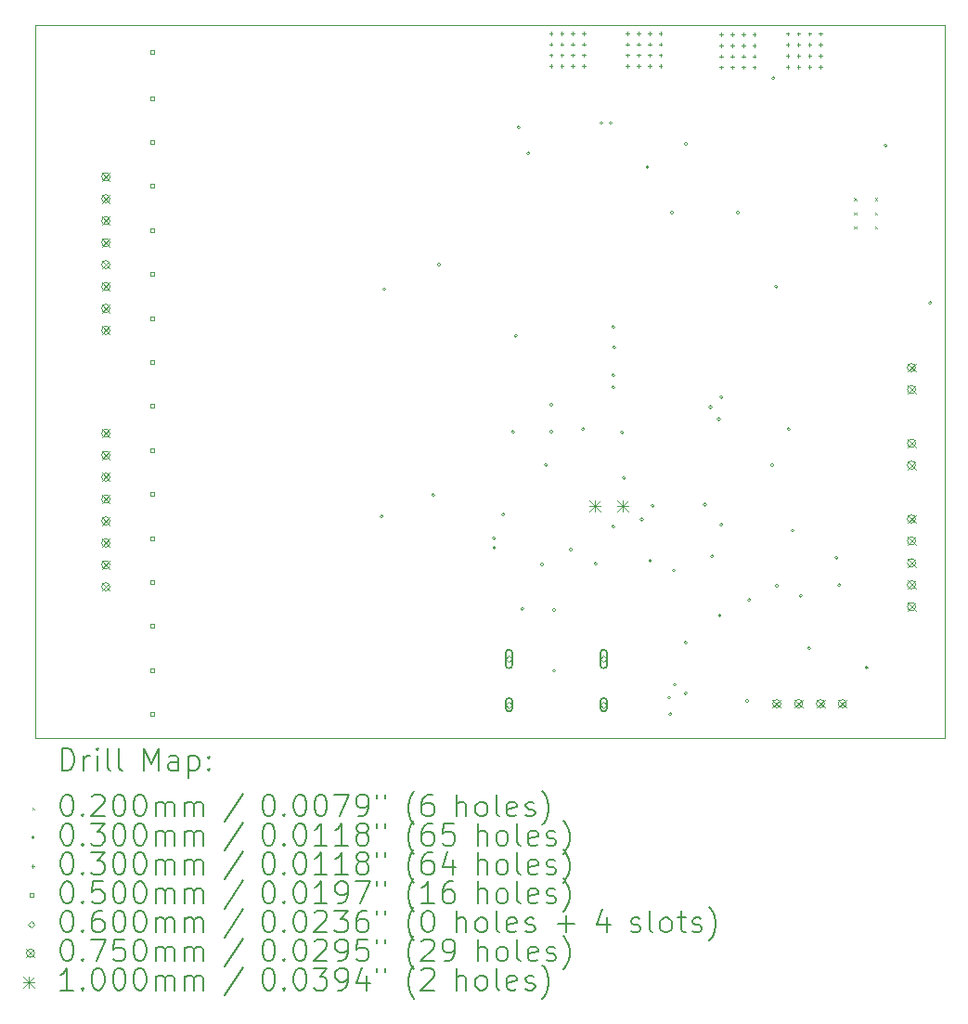
<source format=gbr>
%TF.GenerationSoftware,KiCad,Pcbnew,(7.0.0-0)*%
%TF.CreationDate,2023-03-08T11:07:40+01:00*%
%TF.ProjectId,Flux_BMS,466c7578-5f42-44d5-932e-6b696361645f,rev?*%
%TF.SameCoordinates,Original*%
%TF.FileFunction,Drillmap*%
%TF.FilePolarity,Positive*%
%FSLAX45Y45*%
G04 Gerber Fmt 4.5, Leading zero omitted, Abs format (unit mm)*
G04 Created by KiCad (PCBNEW (7.0.0-0)) date 2023-03-08 11:07:40*
%MOMM*%
%LPD*%
G01*
G04 APERTURE LIST*
%ADD10C,0.100000*%
%ADD11C,0.200000*%
%ADD12C,0.020000*%
%ADD13C,0.030000*%
%ADD14C,0.050000*%
%ADD15C,0.060000*%
%ADD16C,0.075000*%
G04 APERTURE END LIST*
D10*
X7600000Y-7355000D02*
X15900000Y-7355000D01*
X15900000Y-7355000D02*
X15900000Y-13855000D01*
X15900000Y-13855000D02*
X7600000Y-13855000D01*
X7600000Y-13855000D02*
X7600000Y-7355000D01*
D11*
D12*
X15070750Y-8932500D02*
X15090750Y-8952500D01*
X15090750Y-8932500D02*
X15070750Y-8952500D01*
X15070750Y-9062500D02*
X15090750Y-9082500D01*
X15090750Y-9062500D02*
X15070750Y-9082500D01*
X15070750Y-9192500D02*
X15090750Y-9212500D01*
X15090750Y-9192500D02*
X15070750Y-9212500D01*
X15261750Y-8932500D02*
X15281750Y-8952500D01*
X15281750Y-8932500D02*
X15261750Y-8952500D01*
X15261750Y-9062500D02*
X15281750Y-9082500D01*
X15281750Y-9062500D02*
X15261750Y-9082500D01*
X15261750Y-9192500D02*
X15281750Y-9212500D01*
X15281750Y-9192500D02*
X15261750Y-9212500D01*
D13*
X10777906Y-11837094D02*
G75*
G03*
X10777906Y-11837094I-15000J0D01*
G01*
X10801280Y-9764926D02*
G75*
G03*
X10801280Y-9764926I-15000J0D01*
G01*
X11247500Y-11642500D02*
G75*
G03*
X11247500Y-11642500I-15000J0D01*
G01*
X11300000Y-9540000D02*
G75*
G03*
X11300000Y-9540000I-15000J0D01*
G01*
X11801441Y-12037500D02*
G75*
G03*
X11801441Y-12037500I-15000J0D01*
G01*
X11801441Y-12122500D02*
G75*
G03*
X11801441Y-12122500I-15000J0D01*
G01*
X11885000Y-11820000D02*
G75*
G03*
X11885000Y-11820000I-15000J0D01*
G01*
X11975000Y-11065000D02*
G75*
G03*
X11975000Y-11065000I-15000J0D01*
G01*
X12000000Y-10190000D02*
G75*
G03*
X12000000Y-10190000I-15000J0D01*
G01*
X12025000Y-8290000D02*
G75*
G03*
X12025000Y-8290000I-15000J0D01*
G01*
X12060000Y-12680000D02*
G75*
G03*
X12060000Y-12680000I-15000J0D01*
G01*
X12115000Y-8525000D02*
G75*
G03*
X12115000Y-8525000I-15000J0D01*
G01*
X12240000Y-12275000D02*
G75*
G03*
X12240000Y-12275000I-15000J0D01*
G01*
X12275000Y-11365000D02*
G75*
G03*
X12275000Y-11365000I-15000J0D01*
G01*
X12322450Y-10818491D02*
G75*
G03*
X12322450Y-10818491I-15000J0D01*
G01*
X12325000Y-11065000D02*
G75*
G03*
X12325000Y-11065000I-15000J0D01*
G01*
X12350000Y-12690000D02*
G75*
G03*
X12350000Y-12690000I-15000J0D01*
G01*
X12350000Y-13244000D02*
G75*
G03*
X12350000Y-13244000I-15000J0D01*
G01*
X12500000Y-12140000D02*
G75*
G03*
X12500000Y-12140000I-15000J0D01*
G01*
X12612450Y-11040768D02*
G75*
G03*
X12612450Y-11040768I-15000J0D01*
G01*
X12727203Y-12267550D02*
G75*
G03*
X12727203Y-12267550I-15000J0D01*
G01*
X12780000Y-8250000D02*
G75*
G03*
X12780000Y-8250000I-15000J0D01*
G01*
X12865000Y-8250000D02*
G75*
G03*
X12865000Y-8250000I-15000J0D01*
G01*
X12890000Y-10110000D02*
G75*
G03*
X12890000Y-10110000I-15000J0D01*
G01*
X12890000Y-10550000D02*
G75*
G03*
X12890000Y-10550000I-15000J0D01*
G01*
X12890000Y-10660000D02*
G75*
G03*
X12890000Y-10660000I-15000J0D01*
G01*
X12890000Y-11930000D02*
G75*
G03*
X12890000Y-11930000I-15000J0D01*
G01*
X12896250Y-10295000D02*
G75*
G03*
X12896250Y-10295000I-15000J0D01*
G01*
X12970000Y-11070000D02*
G75*
G03*
X12970000Y-11070000I-15000J0D01*
G01*
X12985000Y-11485000D02*
G75*
G03*
X12985000Y-11485000I-15000J0D01*
G01*
X13150000Y-11865000D02*
G75*
G03*
X13150000Y-11865000I-15000J0D01*
G01*
X13200000Y-8650000D02*
G75*
G03*
X13200000Y-8650000I-15000J0D01*
G01*
X13225000Y-12240000D02*
G75*
G03*
X13225000Y-12240000I-15000J0D01*
G01*
X13250000Y-11740000D02*
G75*
G03*
X13250000Y-11740000I-15000J0D01*
G01*
X13400000Y-13490000D02*
G75*
G03*
X13400000Y-13490000I-15000J0D01*
G01*
X13410000Y-13640000D02*
G75*
G03*
X13410000Y-13640000I-15000J0D01*
G01*
X13425000Y-9065000D02*
G75*
G03*
X13425000Y-9065000I-15000J0D01*
G01*
X13440000Y-12330000D02*
G75*
G03*
X13440000Y-12330000I-15000J0D01*
G01*
X13450000Y-13370000D02*
G75*
G03*
X13450000Y-13370000I-15000J0D01*
G01*
X13550000Y-8440000D02*
G75*
G03*
X13550000Y-8440000I-15000J0D01*
G01*
X13550000Y-12990000D02*
G75*
G03*
X13550000Y-12990000I-15000J0D01*
G01*
X13550000Y-13450000D02*
G75*
G03*
X13550000Y-13450000I-15000J0D01*
G01*
X13725000Y-11730000D02*
G75*
G03*
X13725000Y-11730000I-15000J0D01*
G01*
X13775000Y-10840000D02*
G75*
G03*
X13775000Y-10840000I-15000J0D01*
G01*
X13790000Y-12200000D02*
G75*
G03*
X13790000Y-12200000I-15000J0D01*
G01*
X13850000Y-10950050D02*
G75*
G03*
X13850000Y-10950050I-15000J0D01*
G01*
X13860000Y-12740000D02*
G75*
G03*
X13860000Y-12740000I-15000J0D01*
G01*
X13875000Y-10750000D02*
G75*
G03*
X13875000Y-10750000I-15000J0D01*
G01*
X13875000Y-11915000D02*
G75*
G03*
X13875000Y-11915000I-15000J0D01*
G01*
X14025000Y-9065000D02*
G75*
G03*
X14025000Y-9065000I-15000J0D01*
G01*
X14110000Y-13520000D02*
G75*
G03*
X14110000Y-13520000I-15000J0D01*
G01*
X14129641Y-12596962D02*
G75*
G03*
X14129641Y-12596962I-15000J0D01*
G01*
X14340000Y-11370000D02*
G75*
G03*
X14340000Y-11370000I-15000J0D01*
G01*
X14350000Y-7840000D02*
G75*
G03*
X14350000Y-7840000I-15000J0D01*
G01*
X14375000Y-9740000D02*
G75*
G03*
X14375000Y-9740000I-15000J0D01*
G01*
X14380000Y-12470000D02*
G75*
G03*
X14380000Y-12470000I-15000J0D01*
G01*
X14490000Y-11040000D02*
G75*
G03*
X14490000Y-11040000I-15000J0D01*
G01*
X14525000Y-11965000D02*
G75*
G03*
X14525000Y-11965000I-15000J0D01*
G01*
X14600000Y-12560000D02*
G75*
G03*
X14600000Y-12560000I-15000J0D01*
G01*
X14675000Y-13040000D02*
G75*
G03*
X14675000Y-13040000I-15000J0D01*
G01*
X14925000Y-12215000D02*
G75*
G03*
X14925000Y-12215000I-15000J0D01*
G01*
X14950000Y-12465000D02*
G75*
G03*
X14950000Y-12465000I-15000J0D01*
G01*
X15200000Y-13215000D02*
G75*
G03*
X15200000Y-13215000I-15000J0D01*
G01*
X15375000Y-8455000D02*
G75*
G03*
X15375000Y-8455000I-15000J0D01*
G01*
X15780000Y-9890000D02*
G75*
G03*
X15780000Y-9890000I-15000J0D01*
G01*
X12305000Y-7415000D02*
X12305000Y-7445000D01*
X12290000Y-7430000D02*
X12320000Y-7430000D01*
X12305000Y-7515000D02*
X12305000Y-7545000D01*
X12290000Y-7530000D02*
X12320000Y-7530000D01*
X12305000Y-7615000D02*
X12305000Y-7645000D01*
X12290000Y-7630000D02*
X12320000Y-7630000D01*
X12305000Y-7715000D02*
X12305000Y-7745000D01*
X12290000Y-7730000D02*
X12320000Y-7730000D01*
X12405000Y-7415000D02*
X12405000Y-7445000D01*
X12390000Y-7430000D02*
X12420000Y-7430000D01*
X12405000Y-7515000D02*
X12405000Y-7545000D01*
X12390000Y-7530000D02*
X12420000Y-7530000D01*
X12405000Y-7615000D02*
X12405000Y-7645000D01*
X12390000Y-7630000D02*
X12420000Y-7630000D01*
X12405000Y-7715000D02*
X12405000Y-7745000D01*
X12390000Y-7730000D02*
X12420000Y-7730000D01*
X12505000Y-7415000D02*
X12505000Y-7445000D01*
X12490000Y-7430000D02*
X12520000Y-7430000D01*
X12505000Y-7515000D02*
X12505000Y-7545000D01*
X12490000Y-7530000D02*
X12520000Y-7530000D01*
X12505000Y-7615000D02*
X12505000Y-7645000D01*
X12490000Y-7630000D02*
X12520000Y-7630000D01*
X12505000Y-7715000D02*
X12505000Y-7745000D01*
X12490000Y-7730000D02*
X12520000Y-7730000D01*
X12605000Y-7415000D02*
X12605000Y-7445000D01*
X12590000Y-7430000D02*
X12620000Y-7430000D01*
X12605000Y-7515000D02*
X12605000Y-7545000D01*
X12590000Y-7530000D02*
X12620000Y-7530000D01*
X12605000Y-7615000D02*
X12605000Y-7645000D01*
X12590000Y-7630000D02*
X12620000Y-7630000D01*
X12605000Y-7715000D02*
X12605000Y-7745000D01*
X12590000Y-7730000D02*
X12620000Y-7730000D01*
X13005000Y-7415000D02*
X13005000Y-7445000D01*
X12990000Y-7430000D02*
X13020000Y-7430000D01*
X13005000Y-7515000D02*
X13005000Y-7545000D01*
X12990000Y-7530000D02*
X13020000Y-7530000D01*
X13005000Y-7615000D02*
X13005000Y-7645000D01*
X12990000Y-7630000D02*
X13020000Y-7630000D01*
X13005000Y-7715000D02*
X13005000Y-7745000D01*
X12990000Y-7730000D02*
X13020000Y-7730000D01*
X13105000Y-7415000D02*
X13105000Y-7445000D01*
X13090000Y-7430000D02*
X13120000Y-7430000D01*
X13105000Y-7515000D02*
X13105000Y-7545000D01*
X13090000Y-7530000D02*
X13120000Y-7530000D01*
X13105000Y-7615000D02*
X13105000Y-7645000D01*
X13090000Y-7630000D02*
X13120000Y-7630000D01*
X13105000Y-7715000D02*
X13105000Y-7745000D01*
X13090000Y-7730000D02*
X13120000Y-7730000D01*
X13205000Y-7415000D02*
X13205000Y-7445000D01*
X13190000Y-7430000D02*
X13220000Y-7430000D01*
X13205000Y-7515000D02*
X13205000Y-7545000D01*
X13190000Y-7530000D02*
X13220000Y-7530000D01*
X13205000Y-7615000D02*
X13205000Y-7645000D01*
X13190000Y-7630000D02*
X13220000Y-7630000D01*
X13205000Y-7715000D02*
X13205000Y-7745000D01*
X13190000Y-7730000D02*
X13220000Y-7730000D01*
X13305000Y-7415000D02*
X13305000Y-7445000D01*
X13290000Y-7430000D02*
X13320000Y-7430000D01*
X13305000Y-7515000D02*
X13305000Y-7545000D01*
X13290000Y-7530000D02*
X13320000Y-7530000D01*
X13305000Y-7615000D02*
X13305000Y-7645000D01*
X13290000Y-7630000D02*
X13320000Y-7630000D01*
X13305000Y-7715000D02*
X13305000Y-7745000D01*
X13290000Y-7730000D02*
X13320000Y-7730000D01*
X13860000Y-7425000D02*
X13860000Y-7455000D01*
X13845000Y-7440000D02*
X13875000Y-7440000D01*
X13860000Y-7525000D02*
X13860000Y-7555000D01*
X13845000Y-7540000D02*
X13875000Y-7540000D01*
X13860000Y-7625000D02*
X13860000Y-7655000D01*
X13845000Y-7640000D02*
X13875000Y-7640000D01*
X13860000Y-7725000D02*
X13860000Y-7755000D01*
X13845000Y-7740000D02*
X13875000Y-7740000D01*
X13960000Y-7425000D02*
X13960000Y-7455000D01*
X13945000Y-7440000D02*
X13975000Y-7440000D01*
X13960000Y-7525000D02*
X13960000Y-7555000D01*
X13945000Y-7540000D02*
X13975000Y-7540000D01*
X13960000Y-7625000D02*
X13960000Y-7655000D01*
X13945000Y-7640000D02*
X13975000Y-7640000D01*
X13960000Y-7725000D02*
X13960000Y-7755000D01*
X13945000Y-7740000D02*
X13975000Y-7740000D01*
X14060000Y-7425000D02*
X14060000Y-7455000D01*
X14045000Y-7440000D02*
X14075000Y-7440000D01*
X14060000Y-7525000D02*
X14060000Y-7555000D01*
X14045000Y-7540000D02*
X14075000Y-7540000D01*
X14060000Y-7625000D02*
X14060000Y-7655000D01*
X14045000Y-7640000D02*
X14075000Y-7640000D01*
X14060000Y-7725000D02*
X14060000Y-7755000D01*
X14045000Y-7740000D02*
X14075000Y-7740000D01*
X14160000Y-7425000D02*
X14160000Y-7455000D01*
X14145000Y-7440000D02*
X14175000Y-7440000D01*
X14160000Y-7525000D02*
X14160000Y-7555000D01*
X14145000Y-7540000D02*
X14175000Y-7540000D01*
X14160000Y-7625000D02*
X14160000Y-7655000D01*
X14145000Y-7640000D02*
X14175000Y-7640000D01*
X14160000Y-7725000D02*
X14160000Y-7755000D01*
X14145000Y-7740000D02*
X14175000Y-7740000D01*
X14465000Y-7420000D02*
X14465000Y-7450000D01*
X14450000Y-7435000D02*
X14480000Y-7435000D01*
X14465000Y-7520000D02*
X14465000Y-7550000D01*
X14450000Y-7535000D02*
X14480000Y-7535000D01*
X14465000Y-7620000D02*
X14465000Y-7650000D01*
X14450000Y-7635000D02*
X14480000Y-7635000D01*
X14465000Y-7720000D02*
X14465000Y-7750000D01*
X14450000Y-7735000D02*
X14480000Y-7735000D01*
X14565000Y-7420000D02*
X14565000Y-7450000D01*
X14550000Y-7435000D02*
X14580000Y-7435000D01*
X14565000Y-7520000D02*
X14565000Y-7550000D01*
X14550000Y-7535000D02*
X14580000Y-7535000D01*
X14565000Y-7620000D02*
X14565000Y-7650000D01*
X14550000Y-7635000D02*
X14580000Y-7635000D01*
X14565000Y-7720000D02*
X14565000Y-7750000D01*
X14550000Y-7735000D02*
X14580000Y-7735000D01*
X14665000Y-7420000D02*
X14665000Y-7450000D01*
X14650000Y-7435000D02*
X14680000Y-7435000D01*
X14665000Y-7520000D02*
X14665000Y-7550000D01*
X14650000Y-7535000D02*
X14680000Y-7535000D01*
X14665000Y-7620000D02*
X14665000Y-7650000D01*
X14650000Y-7635000D02*
X14680000Y-7635000D01*
X14665000Y-7720000D02*
X14665000Y-7750000D01*
X14650000Y-7735000D02*
X14680000Y-7735000D01*
X14765000Y-7420000D02*
X14765000Y-7450000D01*
X14750000Y-7435000D02*
X14780000Y-7435000D01*
X14765000Y-7520000D02*
X14765000Y-7550000D01*
X14750000Y-7535000D02*
X14780000Y-7535000D01*
X14765000Y-7620000D02*
X14765000Y-7650000D01*
X14750000Y-7635000D02*
X14780000Y-7635000D01*
X14765000Y-7720000D02*
X14765000Y-7750000D01*
X14750000Y-7735000D02*
X14780000Y-7735000D01*
D14*
X8682678Y-7617678D02*
X8682678Y-7582322D01*
X8647322Y-7582322D01*
X8647322Y-7617678D01*
X8682678Y-7617678D01*
X8682678Y-8039011D02*
X8682678Y-8003655D01*
X8647322Y-8003655D01*
X8647322Y-8039011D01*
X8682678Y-8039011D01*
X8682678Y-8440344D02*
X8682678Y-8404989D01*
X8647322Y-8404989D01*
X8647322Y-8440344D01*
X8682678Y-8440344D01*
X8682678Y-8841678D02*
X8682678Y-8806322D01*
X8647322Y-8806322D01*
X8647322Y-8841678D01*
X8682678Y-8841678D01*
X8682678Y-9243011D02*
X8682678Y-9207655D01*
X8647322Y-9207655D01*
X8647322Y-9243011D01*
X8682678Y-9243011D01*
X8682678Y-9644344D02*
X8682678Y-9608989D01*
X8647322Y-9608989D01*
X8647322Y-9644344D01*
X8682678Y-9644344D01*
X8682678Y-10045678D02*
X8682678Y-10010322D01*
X8647322Y-10010322D01*
X8647322Y-10045678D01*
X8682678Y-10045678D01*
X8682678Y-10447011D02*
X8682678Y-10411655D01*
X8647322Y-10411655D01*
X8647322Y-10447011D01*
X8682678Y-10447011D01*
X8682678Y-10848344D02*
X8682678Y-10812989D01*
X8647322Y-10812989D01*
X8647322Y-10848344D01*
X8682678Y-10848344D01*
X8682678Y-11249677D02*
X8682678Y-11214322D01*
X8647322Y-11214322D01*
X8647322Y-11249677D01*
X8682678Y-11249677D01*
X8682678Y-11651011D02*
X8682678Y-11615655D01*
X8647322Y-11615655D01*
X8647322Y-11651011D01*
X8682678Y-11651011D01*
X8682678Y-12052344D02*
X8682678Y-12016988D01*
X8647322Y-12016988D01*
X8647322Y-12052344D01*
X8682678Y-12052344D01*
X8682678Y-12453677D02*
X8682678Y-12418322D01*
X8647322Y-12418322D01*
X8647322Y-12453677D01*
X8682678Y-12453677D01*
X8682678Y-12855011D02*
X8682678Y-12819655D01*
X8647322Y-12819655D01*
X8647322Y-12855011D01*
X8682678Y-12855011D01*
X8682678Y-13256344D02*
X8682678Y-13220988D01*
X8647322Y-13220988D01*
X8647322Y-13256344D01*
X8682678Y-13256344D01*
X8682678Y-13657678D02*
X8682678Y-13622322D01*
X8647322Y-13622322D01*
X8647322Y-13657678D01*
X8682678Y-13657678D01*
D15*
X11923000Y-13167000D02*
X11953000Y-13137000D01*
X11923000Y-13107000D01*
X11893000Y-13137000D01*
X11923000Y-13167000D01*
D11*
X11893000Y-13082000D02*
X11893000Y-13192000D01*
X11893000Y-13192000D02*
G75*
G03*
X11953000Y-13192000I30000J0D01*
G01*
X11953000Y-13192000D02*
X11953000Y-13082000D01*
X11953000Y-13082000D02*
G75*
G03*
X11893000Y-13082000I-30000J0D01*
G01*
D15*
X11923000Y-13585000D02*
X11953000Y-13555000D01*
X11923000Y-13525000D01*
X11893000Y-13555000D01*
X11923000Y-13585000D01*
D11*
X11893000Y-13525000D02*
X11893000Y-13585000D01*
X11893000Y-13585000D02*
G75*
G03*
X11953000Y-13585000I30000J0D01*
G01*
X11953000Y-13585000D02*
X11953000Y-13525000D01*
X11953000Y-13525000D02*
G75*
G03*
X11893000Y-13525000I-30000J0D01*
G01*
D15*
X12787000Y-13167000D02*
X12817000Y-13137000D01*
X12787000Y-13107000D01*
X12757000Y-13137000D01*
X12787000Y-13167000D01*
D11*
X12757000Y-13082000D02*
X12757000Y-13192000D01*
X12757000Y-13192000D02*
G75*
G03*
X12817000Y-13192000I30000J0D01*
G01*
X12817000Y-13192000D02*
X12817000Y-13082000D01*
X12817000Y-13082000D02*
G75*
G03*
X12757000Y-13082000I-30000J0D01*
G01*
D15*
X12787000Y-13585000D02*
X12817000Y-13555000D01*
X12787000Y-13525000D01*
X12757000Y-13555000D01*
X12787000Y-13585000D01*
D11*
X12757000Y-13525000D02*
X12757000Y-13585000D01*
X12757000Y-13585000D02*
G75*
G03*
X12817000Y-13585000I30000J0D01*
G01*
X12817000Y-13585000D02*
X12817000Y-13525000D01*
X12817000Y-13525000D02*
G75*
G03*
X12757000Y-13525000I-30000J0D01*
G01*
D16*
X8207500Y-8702500D02*
X8282500Y-8777500D01*
X8282500Y-8702500D02*
X8207500Y-8777500D01*
X8282500Y-8740000D02*
G75*
G03*
X8282500Y-8740000I-37500J0D01*
G01*
X8207500Y-8902500D02*
X8282500Y-8977500D01*
X8282500Y-8902500D02*
X8207500Y-8977500D01*
X8282500Y-8940000D02*
G75*
G03*
X8282500Y-8940000I-37500J0D01*
G01*
X8207500Y-9102500D02*
X8282500Y-9177500D01*
X8282500Y-9102500D02*
X8207500Y-9177500D01*
X8282500Y-9140000D02*
G75*
G03*
X8282500Y-9140000I-37500J0D01*
G01*
X8207500Y-9302500D02*
X8282500Y-9377500D01*
X8282500Y-9302500D02*
X8207500Y-9377500D01*
X8282500Y-9340000D02*
G75*
G03*
X8282500Y-9340000I-37500J0D01*
G01*
X8207500Y-9502500D02*
X8282500Y-9577500D01*
X8282500Y-9502500D02*
X8207500Y-9577500D01*
X8282500Y-9540000D02*
G75*
G03*
X8282500Y-9540000I-37500J0D01*
G01*
X8207500Y-9702500D02*
X8282500Y-9777500D01*
X8282500Y-9702500D02*
X8207500Y-9777500D01*
X8282500Y-9740000D02*
G75*
G03*
X8282500Y-9740000I-37500J0D01*
G01*
X8207500Y-9902500D02*
X8282500Y-9977500D01*
X8282500Y-9902500D02*
X8207500Y-9977500D01*
X8282500Y-9940000D02*
G75*
G03*
X8282500Y-9940000I-37500J0D01*
G01*
X8207500Y-10102500D02*
X8282500Y-10177500D01*
X8282500Y-10102500D02*
X8207500Y-10177500D01*
X8282500Y-10140000D02*
G75*
G03*
X8282500Y-10140000I-37500J0D01*
G01*
X8207500Y-11040833D02*
X8282500Y-11115833D01*
X8282500Y-11040833D02*
X8207500Y-11115833D01*
X8282500Y-11078333D02*
G75*
G03*
X8282500Y-11078333I-37500J0D01*
G01*
X8207500Y-11240833D02*
X8282500Y-11315833D01*
X8282500Y-11240833D02*
X8207500Y-11315833D01*
X8282500Y-11278333D02*
G75*
G03*
X8282500Y-11278333I-37500J0D01*
G01*
X8207500Y-11440833D02*
X8282500Y-11515833D01*
X8282500Y-11440833D02*
X8207500Y-11515833D01*
X8282500Y-11478333D02*
G75*
G03*
X8282500Y-11478333I-37500J0D01*
G01*
X8207500Y-11640833D02*
X8282500Y-11715833D01*
X8282500Y-11640833D02*
X8207500Y-11715833D01*
X8282500Y-11678333D02*
G75*
G03*
X8282500Y-11678333I-37500J0D01*
G01*
X8207500Y-11840833D02*
X8282500Y-11915833D01*
X8282500Y-11840833D02*
X8207500Y-11915833D01*
X8282500Y-11878333D02*
G75*
G03*
X8282500Y-11878333I-37500J0D01*
G01*
X8207500Y-12040833D02*
X8282500Y-12115833D01*
X8282500Y-12040833D02*
X8207500Y-12115833D01*
X8282500Y-12078333D02*
G75*
G03*
X8282500Y-12078333I-37500J0D01*
G01*
X8207500Y-12240833D02*
X8282500Y-12315833D01*
X8282500Y-12240833D02*
X8207500Y-12315833D01*
X8282500Y-12278333D02*
G75*
G03*
X8282500Y-12278333I-37500J0D01*
G01*
X8207500Y-12440833D02*
X8282500Y-12515833D01*
X8282500Y-12440833D02*
X8207500Y-12515833D01*
X8282500Y-12478333D02*
G75*
G03*
X8282500Y-12478333I-37500J0D01*
G01*
X14327500Y-13507500D02*
X14402500Y-13582500D01*
X14402500Y-13507500D02*
X14327500Y-13582500D01*
X14402500Y-13545000D02*
G75*
G03*
X14402500Y-13545000I-37500J0D01*
G01*
X14527500Y-13507500D02*
X14602500Y-13582500D01*
X14602500Y-13507500D02*
X14527500Y-13582500D01*
X14602500Y-13545000D02*
G75*
G03*
X14602500Y-13545000I-37500J0D01*
G01*
X14727500Y-13507500D02*
X14802500Y-13582500D01*
X14802500Y-13507500D02*
X14727500Y-13582500D01*
X14802500Y-13545000D02*
G75*
G03*
X14802500Y-13545000I-37500J0D01*
G01*
X14927500Y-13507500D02*
X15002500Y-13582500D01*
X15002500Y-13507500D02*
X14927500Y-13582500D01*
X15002500Y-13545000D02*
G75*
G03*
X15002500Y-13545000I-37500J0D01*
G01*
X15557500Y-10442500D02*
X15632500Y-10517500D01*
X15632500Y-10442500D02*
X15557500Y-10517500D01*
X15632500Y-10480000D02*
G75*
G03*
X15632500Y-10480000I-37500J0D01*
G01*
X15557500Y-10642500D02*
X15632500Y-10717500D01*
X15632500Y-10642500D02*
X15557500Y-10717500D01*
X15632500Y-10680000D02*
G75*
G03*
X15632500Y-10680000I-37500J0D01*
G01*
X15557500Y-11132500D02*
X15632500Y-11207500D01*
X15632500Y-11132500D02*
X15557500Y-11207500D01*
X15632500Y-11170000D02*
G75*
G03*
X15632500Y-11170000I-37500J0D01*
G01*
X15557500Y-11332500D02*
X15632500Y-11407500D01*
X15632500Y-11332500D02*
X15557500Y-11407500D01*
X15632500Y-11370000D02*
G75*
G03*
X15632500Y-11370000I-37500J0D01*
G01*
X15557500Y-11822500D02*
X15632500Y-11897500D01*
X15632500Y-11822500D02*
X15557500Y-11897500D01*
X15632500Y-11860000D02*
G75*
G03*
X15632500Y-11860000I-37500J0D01*
G01*
X15557500Y-12022500D02*
X15632500Y-12097500D01*
X15632500Y-12022500D02*
X15557500Y-12097500D01*
X15632500Y-12060000D02*
G75*
G03*
X15632500Y-12060000I-37500J0D01*
G01*
X15557500Y-12222500D02*
X15632500Y-12297500D01*
X15632500Y-12222500D02*
X15557500Y-12297500D01*
X15632500Y-12260000D02*
G75*
G03*
X15632500Y-12260000I-37500J0D01*
G01*
X15557500Y-12422500D02*
X15632500Y-12497500D01*
X15632500Y-12422500D02*
X15557500Y-12497500D01*
X15632500Y-12460000D02*
G75*
G03*
X15632500Y-12460000I-37500J0D01*
G01*
X15557500Y-12622500D02*
X15632500Y-12697500D01*
X15632500Y-12622500D02*
X15557500Y-12697500D01*
X15632500Y-12660000D02*
G75*
G03*
X15632500Y-12660000I-37500J0D01*
G01*
D10*
X12660000Y-11690000D02*
X12760000Y-11790000D01*
X12760000Y-11690000D02*
X12660000Y-11790000D01*
X12710000Y-11690000D02*
X12710000Y-11790000D01*
X12660000Y-11740000D02*
X12760000Y-11740000D01*
X12914000Y-11690000D02*
X13014000Y-11790000D01*
X13014000Y-11690000D02*
X12914000Y-11790000D01*
X12964000Y-11690000D02*
X12964000Y-11790000D01*
X12914000Y-11740000D02*
X13014000Y-11740000D01*
D11*
X7842619Y-14153476D02*
X7842619Y-13953476D01*
X7842619Y-13953476D02*
X7890238Y-13953476D01*
X7890238Y-13953476D02*
X7918809Y-13963000D01*
X7918809Y-13963000D02*
X7937857Y-13982048D01*
X7937857Y-13982048D02*
X7947381Y-14001095D01*
X7947381Y-14001095D02*
X7956905Y-14039190D01*
X7956905Y-14039190D02*
X7956905Y-14067762D01*
X7956905Y-14067762D02*
X7947381Y-14105857D01*
X7947381Y-14105857D02*
X7937857Y-14124905D01*
X7937857Y-14124905D02*
X7918809Y-14143952D01*
X7918809Y-14143952D02*
X7890238Y-14153476D01*
X7890238Y-14153476D02*
X7842619Y-14153476D01*
X8042619Y-14153476D02*
X8042619Y-14020143D01*
X8042619Y-14058238D02*
X8052143Y-14039190D01*
X8052143Y-14039190D02*
X8061667Y-14029667D01*
X8061667Y-14029667D02*
X8080714Y-14020143D01*
X8080714Y-14020143D02*
X8099762Y-14020143D01*
X8166428Y-14153476D02*
X8166428Y-14020143D01*
X8166428Y-13953476D02*
X8156905Y-13963000D01*
X8156905Y-13963000D02*
X8166428Y-13972524D01*
X8166428Y-13972524D02*
X8175952Y-13963000D01*
X8175952Y-13963000D02*
X8166428Y-13953476D01*
X8166428Y-13953476D02*
X8166428Y-13972524D01*
X8290238Y-14153476D02*
X8271190Y-14143952D01*
X8271190Y-14143952D02*
X8261667Y-14124905D01*
X8261667Y-14124905D02*
X8261667Y-13953476D01*
X8395000Y-14153476D02*
X8375952Y-14143952D01*
X8375952Y-14143952D02*
X8366428Y-14124905D01*
X8366428Y-14124905D02*
X8366428Y-13953476D01*
X8591190Y-14153476D02*
X8591190Y-13953476D01*
X8591190Y-13953476D02*
X8657857Y-14096333D01*
X8657857Y-14096333D02*
X8724524Y-13953476D01*
X8724524Y-13953476D02*
X8724524Y-14153476D01*
X8905476Y-14153476D02*
X8905476Y-14048714D01*
X8905476Y-14048714D02*
X8895952Y-14029667D01*
X8895952Y-14029667D02*
X8876905Y-14020143D01*
X8876905Y-14020143D02*
X8838809Y-14020143D01*
X8838809Y-14020143D02*
X8819762Y-14029667D01*
X8905476Y-14143952D02*
X8886429Y-14153476D01*
X8886429Y-14153476D02*
X8838809Y-14153476D01*
X8838809Y-14153476D02*
X8819762Y-14143952D01*
X8819762Y-14143952D02*
X8810238Y-14124905D01*
X8810238Y-14124905D02*
X8810238Y-14105857D01*
X8810238Y-14105857D02*
X8819762Y-14086809D01*
X8819762Y-14086809D02*
X8838809Y-14077286D01*
X8838809Y-14077286D02*
X8886429Y-14077286D01*
X8886429Y-14077286D02*
X8905476Y-14067762D01*
X9000714Y-14020143D02*
X9000714Y-14220143D01*
X9000714Y-14029667D02*
X9019762Y-14020143D01*
X9019762Y-14020143D02*
X9057857Y-14020143D01*
X9057857Y-14020143D02*
X9076905Y-14029667D01*
X9076905Y-14029667D02*
X9086429Y-14039190D01*
X9086429Y-14039190D02*
X9095952Y-14058238D01*
X9095952Y-14058238D02*
X9095952Y-14115381D01*
X9095952Y-14115381D02*
X9086429Y-14134428D01*
X9086429Y-14134428D02*
X9076905Y-14143952D01*
X9076905Y-14143952D02*
X9057857Y-14153476D01*
X9057857Y-14153476D02*
X9019762Y-14153476D01*
X9019762Y-14153476D02*
X9000714Y-14143952D01*
X9181667Y-14134428D02*
X9191190Y-14143952D01*
X9191190Y-14143952D02*
X9181667Y-14153476D01*
X9181667Y-14153476D02*
X9172143Y-14143952D01*
X9172143Y-14143952D02*
X9181667Y-14134428D01*
X9181667Y-14134428D02*
X9181667Y-14153476D01*
X9181667Y-14029667D02*
X9191190Y-14039190D01*
X9191190Y-14039190D02*
X9181667Y-14048714D01*
X9181667Y-14048714D02*
X9172143Y-14039190D01*
X9172143Y-14039190D02*
X9181667Y-14029667D01*
X9181667Y-14029667D02*
X9181667Y-14048714D01*
D12*
X7575000Y-14490000D02*
X7595000Y-14510000D01*
X7595000Y-14490000D02*
X7575000Y-14510000D01*
D11*
X7880714Y-14373476D02*
X7899762Y-14373476D01*
X7899762Y-14373476D02*
X7918809Y-14383000D01*
X7918809Y-14383000D02*
X7928333Y-14392524D01*
X7928333Y-14392524D02*
X7937857Y-14411571D01*
X7937857Y-14411571D02*
X7947381Y-14449667D01*
X7947381Y-14449667D02*
X7947381Y-14497286D01*
X7947381Y-14497286D02*
X7937857Y-14535381D01*
X7937857Y-14535381D02*
X7928333Y-14554428D01*
X7928333Y-14554428D02*
X7918809Y-14563952D01*
X7918809Y-14563952D02*
X7899762Y-14573476D01*
X7899762Y-14573476D02*
X7880714Y-14573476D01*
X7880714Y-14573476D02*
X7861667Y-14563952D01*
X7861667Y-14563952D02*
X7852143Y-14554428D01*
X7852143Y-14554428D02*
X7842619Y-14535381D01*
X7842619Y-14535381D02*
X7833095Y-14497286D01*
X7833095Y-14497286D02*
X7833095Y-14449667D01*
X7833095Y-14449667D02*
X7842619Y-14411571D01*
X7842619Y-14411571D02*
X7852143Y-14392524D01*
X7852143Y-14392524D02*
X7861667Y-14383000D01*
X7861667Y-14383000D02*
X7880714Y-14373476D01*
X8033095Y-14554428D02*
X8042619Y-14563952D01*
X8042619Y-14563952D02*
X8033095Y-14573476D01*
X8033095Y-14573476D02*
X8023571Y-14563952D01*
X8023571Y-14563952D02*
X8033095Y-14554428D01*
X8033095Y-14554428D02*
X8033095Y-14573476D01*
X8118809Y-14392524D02*
X8128333Y-14383000D01*
X8128333Y-14383000D02*
X8147381Y-14373476D01*
X8147381Y-14373476D02*
X8195000Y-14373476D01*
X8195000Y-14373476D02*
X8214048Y-14383000D01*
X8214048Y-14383000D02*
X8223571Y-14392524D01*
X8223571Y-14392524D02*
X8233095Y-14411571D01*
X8233095Y-14411571D02*
X8233095Y-14430619D01*
X8233095Y-14430619D02*
X8223571Y-14459190D01*
X8223571Y-14459190D02*
X8109286Y-14573476D01*
X8109286Y-14573476D02*
X8233095Y-14573476D01*
X8356905Y-14373476D02*
X8375952Y-14373476D01*
X8375952Y-14373476D02*
X8395000Y-14383000D01*
X8395000Y-14383000D02*
X8404524Y-14392524D01*
X8404524Y-14392524D02*
X8414048Y-14411571D01*
X8414048Y-14411571D02*
X8423571Y-14449667D01*
X8423571Y-14449667D02*
X8423571Y-14497286D01*
X8423571Y-14497286D02*
X8414048Y-14535381D01*
X8414048Y-14535381D02*
X8404524Y-14554428D01*
X8404524Y-14554428D02*
X8395000Y-14563952D01*
X8395000Y-14563952D02*
X8375952Y-14573476D01*
X8375952Y-14573476D02*
X8356905Y-14573476D01*
X8356905Y-14573476D02*
X8337857Y-14563952D01*
X8337857Y-14563952D02*
X8328333Y-14554428D01*
X8328333Y-14554428D02*
X8318809Y-14535381D01*
X8318809Y-14535381D02*
X8309286Y-14497286D01*
X8309286Y-14497286D02*
X8309286Y-14449667D01*
X8309286Y-14449667D02*
X8318809Y-14411571D01*
X8318809Y-14411571D02*
X8328333Y-14392524D01*
X8328333Y-14392524D02*
X8337857Y-14383000D01*
X8337857Y-14383000D02*
X8356905Y-14373476D01*
X8547381Y-14373476D02*
X8566429Y-14373476D01*
X8566429Y-14373476D02*
X8585476Y-14383000D01*
X8585476Y-14383000D02*
X8595000Y-14392524D01*
X8595000Y-14392524D02*
X8604524Y-14411571D01*
X8604524Y-14411571D02*
X8614048Y-14449667D01*
X8614048Y-14449667D02*
X8614048Y-14497286D01*
X8614048Y-14497286D02*
X8604524Y-14535381D01*
X8604524Y-14535381D02*
X8595000Y-14554428D01*
X8595000Y-14554428D02*
X8585476Y-14563952D01*
X8585476Y-14563952D02*
X8566429Y-14573476D01*
X8566429Y-14573476D02*
X8547381Y-14573476D01*
X8547381Y-14573476D02*
X8528333Y-14563952D01*
X8528333Y-14563952D02*
X8518810Y-14554428D01*
X8518810Y-14554428D02*
X8509286Y-14535381D01*
X8509286Y-14535381D02*
X8499762Y-14497286D01*
X8499762Y-14497286D02*
X8499762Y-14449667D01*
X8499762Y-14449667D02*
X8509286Y-14411571D01*
X8509286Y-14411571D02*
X8518810Y-14392524D01*
X8518810Y-14392524D02*
X8528333Y-14383000D01*
X8528333Y-14383000D02*
X8547381Y-14373476D01*
X8699762Y-14573476D02*
X8699762Y-14440143D01*
X8699762Y-14459190D02*
X8709286Y-14449667D01*
X8709286Y-14449667D02*
X8728333Y-14440143D01*
X8728333Y-14440143D02*
X8756905Y-14440143D01*
X8756905Y-14440143D02*
X8775952Y-14449667D01*
X8775952Y-14449667D02*
X8785476Y-14468714D01*
X8785476Y-14468714D02*
X8785476Y-14573476D01*
X8785476Y-14468714D02*
X8795000Y-14449667D01*
X8795000Y-14449667D02*
X8814048Y-14440143D01*
X8814048Y-14440143D02*
X8842619Y-14440143D01*
X8842619Y-14440143D02*
X8861667Y-14449667D01*
X8861667Y-14449667D02*
X8871191Y-14468714D01*
X8871191Y-14468714D02*
X8871191Y-14573476D01*
X8966429Y-14573476D02*
X8966429Y-14440143D01*
X8966429Y-14459190D02*
X8975952Y-14449667D01*
X8975952Y-14449667D02*
X8995000Y-14440143D01*
X8995000Y-14440143D02*
X9023572Y-14440143D01*
X9023572Y-14440143D02*
X9042619Y-14449667D01*
X9042619Y-14449667D02*
X9052143Y-14468714D01*
X9052143Y-14468714D02*
X9052143Y-14573476D01*
X9052143Y-14468714D02*
X9061667Y-14449667D01*
X9061667Y-14449667D02*
X9080714Y-14440143D01*
X9080714Y-14440143D02*
X9109286Y-14440143D01*
X9109286Y-14440143D02*
X9128333Y-14449667D01*
X9128333Y-14449667D02*
X9137857Y-14468714D01*
X9137857Y-14468714D02*
X9137857Y-14573476D01*
X9495952Y-14363952D02*
X9324524Y-14621095D01*
X9720714Y-14373476D02*
X9739762Y-14373476D01*
X9739762Y-14373476D02*
X9758810Y-14383000D01*
X9758810Y-14383000D02*
X9768333Y-14392524D01*
X9768333Y-14392524D02*
X9777857Y-14411571D01*
X9777857Y-14411571D02*
X9787381Y-14449667D01*
X9787381Y-14449667D02*
X9787381Y-14497286D01*
X9787381Y-14497286D02*
X9777857Y-14535381D01*
X9777857Y-14535381D02*
X9768333Y-14554428D01*
X9768333Y-14554428D02*
X9758810Y-14563952D01*
X9758810Y-14563952D02*
X9739762Y-14573476D01*
X9739762Y-14573476D02*
X9720714Y-14573476D01*
X9720714Y-14573476D02*
X9701667Y-14563952D01*
X9701667Y-14563952D02*
X9692143Y-14554428D01*
X9692143Y-14554428D02*
X9682619Y-14535381D01*
X9682619Y-14535381D02*
X9673095Y-14497286D01*
X9673095Y-14497286D02*
X9673095Y-14449667D01*
X9673095Y-14449667D02*
X9682619Y-14411571D01*
X9682619Y-14411571D02*
X9692143Y-14392524D01*
X9692143Y-14392524D02*
X9701667Y-14383000D01*
X9701667Y-14383000D02*
X9720714Y-14373476D01*
X9873095Y-14554428D02*
X9882619Y-14563952D01*
X9882619Y-14563952D02*
X9873095Y-14573476D01*
X9873095Y-14573476D02*
X9863572Y-14563952D01*
X9863572Y-14563952D02*
X9873095Y-14554428D01*
X9873095Y-14554428D02*
X9873095Y-14573476D01*
X10006429Y-14373476D02*
X10025476Y-14373476D01*
X10025476Y-14373476D02*
X10044524Y-14383000D01*
X10044524Y-14383000D02*
X10054048Y-14392524D01*
X10054048Y-14392524D02*
X10063572Y-14411571D01*
X10063572Y-14411571D02*
X10073095Y-14449667D01*
X10073095Y-14449667D02*
X10073095Y-14497286D01*
X10073095Y-14497286D02*
X10063572Y-14535381D01*
X10063572Y-14535381D02*
X10054048Y-14554428D01*
X10054048Y-14554428D02*
X10044524Y-14563952D01*
X10044524Y-14563952D02*
X10025476Y-14573476D01*
X10025476Y-14573476D02*
X10006429Y-14573476D01*
X10006429Y-14573476D02*
X9987381Y-14563952D01*
X9987381Y-14563952D02*
X9977857Y-14554428D01*
X9977857Y-14554428D02*
X9968333Y-14535381D01*
X9968333Y-14535381D02*
X9958810Y-14497286D01*
X9958810Y-14497286D02*
X9958810Y-14449667D01*
X9958810Y-14449667D02*
X9968333Y-14411571D01*
X9968333Y-14411571D02*
X9977857Y-14392524D01*
X9977857Y-14392524D02*
X9987381Y-14383000D01*
X9987381Y-14383000D02*
X10006429Y-14373476D01*
X10196905Y-14373476D02*
X10215953Y-14373476D01*
X10215953Y-14373476D02*
X10235000Y-14383000D01*
X10235000Y-14383000D02*
X10244524Y-14392524D01*
X10244524Y-14392524D02*
X10254048Y-14411571D01*
X10254048Y-14411571D02*
X10263572Y-14449667D01*
X10263572Y-14449667D02*
X10263572Y-14497286D01*
X10263572Y-14497286D02*
X10254048Y-14535381D01*
X10254048Y-14535381D02*
X10244524Y-14554428D01*
X10244524Y-14554428D02*
X10235000Y-14563952D01*
X10235000Y-14563952D02*
X10215953Y-14573476D01*
X10215953Y-14573476D02*
X10196905Y-14573476D01*
X10196905Y-14573476D02*
X10177857Y-14563952D01*
X10177857Y-14563952D02*
X10168333Y-14554428D01*
X10168333Y-14554428D02*
X10158810Y-14535381D01*
X10158810Y-14535381D02*
X10149286Y-14497286D01*
X10149286Y-14497286D02*
X10149286Y-14449667D01*
X10149286Y-14449667D02*
X10158810Y-14411571D01*
X10158810Y-14411571D02*
X10168333Y-14392524D01*
X10168333Y-14392524D02*
X10177857Y-14383000D01*
X10177857Y-14383000D02*
X10196905Y-14373476D01*
X10330238Y-14373476D02*
X10463572Y-14373476D01*
X10463572Y-14373476D02*
X10377857Y-14573476D01*
X10549286Y-14573476D02*
X10587381Y-14573476D01*
X10587381Y-14573476D02*
X10606429Y-14563952D01*
X10606429Y-14563952D02*
X10615953Y-14554428D01*
X10615953Y-14554428D02*
X10635000Y-14525857D01*
X10635000Y-14525857D02*
X10644524Y-14487762D01*
X10644524Y-14487762D02*
X10644524Y-14411571D01*
X10644524Y-14411571D02*
X10635000Y-14392524D01*
X10635000Y-14392524D02*
X10625476Y-14383000D01*
X10625476Y-14383000D02*
X10606429Y-14373476D01*
X10606429Y-14373476D02*
X10568333Y-14373476D01*
X10568333Y-14373476D02*
X10549286Y-14383000D01*
X10549286Y-14383000D02*
X10539762Y-14392524D01*
X10539762Y-14392524D02*
X10530238Y-14411571D01*
X10530238Y-14411571D02*
X10530238Y-14459190D01*
X10530238Y-14459190D02*
X10539762Y-14478238D01*
X10539762Y-14478238D02*
X10549286Y-14487762D01*
X10549286Y-14487762D02*
X10568333Y-14497286D01*
X10568333Y-14497286D02*
X10606429Y-14497286D01*
X10606429Y-14497286D02*
X10625476Y-14487762D01*
X10625476Y-14487762D02*
X10635000Y-14478238D01*
X10635000Y-14478238D02*
X10644524Y-14459190D01*
X10720714Y-14373476D02*
X10720714Y-14411571D01*
X10796905Y-14373476D02*
X10796905Y-14411571D01*
X11059762Y-14649667D02*
X11050238Y-14640143D01*
X11050238Y-14640143D02*
X11031191Y-14611571D01*
X11031191Y-14611571D02*
X11021667Y-14592524D01*
X11021667Y-14592524D02*
X11012143Y-14563952D01*
X11012143Y-14563952D02*
X11002619Y-14516333D01*
X11002619Y-14516333D02*
X11002619Y-14478238D01*
X11002619Y-14478238D02*
X11012143Y-14430619D01*
X11012143Y-14430619D02*
X11021667Y-14402048D01*
X11021667Y-14402048D02*
X11031191Y-14383000D01*
X11031191Y-14383000D02*
X11050238Y-14354428D01*
X11050238Y-14354428D02*
X11059762Y-14344905D01*
X11221667Y-14373476D02*
X11183572Y-14373476D01*
X11183572Y-14373476D02*
X11164524Y-14383000D01*
X11164524Y-14383000D02*
X11155000Y-14392524D01*
X11155000Y-14392524D02*
X11135953Y-14421095D01*
X11135953Y-14421095D02*
X11126429Y-14459190D01*
X11126429Y-14459190D02*
X11126429Y-14535381D01*
X11126429Y-14535381D02*
X11135953Y-14554428D01*
X11135953Y-14554428D02*
X11145476Y-14563952D01*
X11145476Y-14563952D02*
X11164524Y-14573476D01*
X11164524Y-14573476D02*
X11202619Y-14573476D01*
X11202619Y-14573476D02*
X11221667Y-14563952D01*
X11221667Y-14563952D02*
X11231191Y-14554428D01*
X11231191Y-14554428D02*
X11240714Y-14535381D01*
X11240714Y-14535381D02*
X11240714Y-14487762D01*
X11240714Y-14487762D02*
X11231191Y-14468714D01*
X11231191Y-14468714D02*
X11221667Y-14459190D01*
X11221667Y-14459190D02*
X11202619Y-14449667D01*
X11202619Y-14449667D02*
X11164524Y-14449667D01*
X11164524Y-14449667D02*
X11145476Y-14459190D01*
X11145476Y-14459190D02*
X11135953Y-14468714D01*
X11135953Y-14468714D02*
X11126429Y-14487762D01*
X11446429Y-14573476D02*
X11446429Y-14373476D01*
X11532143Y-14573476D02*
X11532143Y-14468714D01*
X11532143Y-14468714D02*
X11522619Y-14449667D01*
X11522619Y-14449667D02*
X11503572Y-14440143D01*
X11503572Y-14440143D02*
X11475000Y-14440143D01*
X11475000Y-14440143D02*
X11455952Y-14449667D01*
X11455952Y-14449667D02*
X11446429Y-14459190D01*
X11655952Y-14573476D02*
X11636905Y-14563952D01*
X11636905Y-14563952D02*
X11627381Y-14554428D01*
X11627381Y-14554428D02*
X11617857Y-14535381D01*
X11617857Y-14535381D02*
X11617857Y-14478238D01*
X11617857Y-14478238D02*
X11627381Y-14459190D01*
X11627381Y-14459190D02*
X11636905Y-14449667D01*
X11636905Y-14449667D02*
X11655952Y-14440143D01*
X11655952Y-14440143D02*
X11684524Y-14440143D01*
X11684524Y-14440143D02*
X11703572Y-14449667D01*
X11703572Y-14449667D02*
X11713095Y-14459190D01*
X11713095Y-14459190D02*
X11722619Y-14478238D01*
X11722619Y-14478238D02*
X11722619Y-14535381D01*
X11722619Y-14535381D02*
X11713095Y-14554428D01*
X11713095Y-14554428D02*
X11703572Y-14563952D01*
X11703572Y-14563952D02*
X11684524Y-14573476D01*
X11684524Y-14573476D02*
X11655952Y-14573476D01*
X11836905Y-14573476D02*
X11817857Y-14563952D01*
X11817857Y-14563952D02*
X11808333Y-14544905D01*
X11808333Y-14544905D02*
X11808333Y-14373476D01*
X11989286Y-14563952D02*
X11970238Y-14573476D01*
X11970238Y-14573476D02*
X11932143Y-14573476D01*
X11932143Y-14573476D02*
X11913095Y-14563952D01*
X11913095Y-14563952D02*
X11903572Y-14544905D01*
X11903572Y-14544905D02*
X11903572Y-14468714D01*
X11903572Y-14468714D02*
X11913095Y-14449667D01*
X11913095Y-14449667D02*
X11932143Y-14440143D01*
X11932143Y-14440143D02*
X11970238Y-14440143D01*
X11970238Y-14440143D02*
X11989286Y-14449667D01*
X11989286Y-14449667D02*
X11998810Y-14468714D01*
X11998810Y-14468714D02*
X11998810Y-14487762D01*
X11998810Y-14487762D02*
X11903572Y-14506809D01*
X12075000Y-14563952D02*
X12094048Y-14573476D01*
X12094048Y-14573476D02*
X12132143Y-14573476D01*
X12132143Y-14573476D02*
X12151191Y-14563952D01*
X12151191Y-14563952D02*
X12160714Y-14544905D01*
X12160714Y-14544905D02*
X12160714Y-14535381D01*
X12160714Y-14535381D02*
X12151191Y-14516333D01*
X12151191Y-14516333D02*
X12132143Y-14506809D01*
X12132143Y-14506809D02*
X12103572Y-14506809D01*
X12103572Y-14506809D02*
X12084524Y-14497286D01*
X12084524Y-14497286D02*
X12075000Y-14478238D01*
X12075000Y-14478238D02*
X12075000Y-14468714D01*
X12075000Y-14468714D02*
X12084524Y-14449667D01*
X12084524Y-14449667D02*
X12103572Y-14440143D01*
X12103572Y-14440143D02*
X12132143Y-14440143D01*
X12132143Y-14440143D02*
X12151191Y-14449667D01*
X12227381Y-14649667D02*
X12236905Y-14640143D01*
X12236905Y-14640143D02*
X12255953Y-14611571D01*
X12255953Y-14611571D02*
X12265476Y-14592524D01*
X12265476Y-14592524D02*
X12275000Y-14563952D01*
X12275000Y-14563952D02*
X12284524Y-14516333D01*
X12284524Y-14516333D02*
X12284524Y-14478238D01*
X12284524Y-14478238D02*
X12275000Y-14430619D01*
X12275000Y-14430619D02*
X12265476Y-14402048D01*
X12265476Y-14402048D02*
X12255953Y-14383000D01*
X12255953Y-14383000D02*
X12236905Y-14354428D01*
X12236905Y-14354428D02*
X12227381Y-14344905D01*
D13*
X7595000Y-14764000D02*
G75*
G03*
X7595000Y-14764000I-15000J0D01*
G01*
D11*
X7880714Y-14637476D02*
X7899762Y-14637476D01*
X7899762Y-14637476D02*
X7918809Y-14647000D01*
X7918809Y-14647000D02*
X7928333Y-14656524D01*
X7928333Y-14656524D02*
X7937857Y-14675571D01*
X7937857Y-14675571D02*
X7947381Y-14713667D01*
X7947381Y-14713667D02*
X7947381Y-14761286D01*
X7947381Y-14761286D02*
X7937857Y-14799381D01*
X7937857Y-14799381D02*
X7928333Y-14818428D01*
X7928333Y-14818428D02*
X7918809Y-14827952D01*
X7918809Y-14827952D02*
X7899762Y-14837476D01*
X7899762Y-14837476D02*
X7880714Y-14837476D01*
X7880714Y-14837476D02*
X7861667Y-14827952D01*
X7861667Y-14827952D02*
X7852143Y-14818428D01*
X7852143Y-14818428D02*
X7842619Y-14799381D01*
X7842619Y-14799381D02*
X7833095Y-14761286D01*
X7833095Y-14761286D02*
X7833095Y-14713667D01*
X7833095Y-14713667D02*
X7842619Y-14675571D01*
X7842619Y-14675571D02*
X7852143Y-14656524D01*
X7852143Y-14656524D02*
X7861667Y-14647000D01*
X7861667Y-14647000D02*
X7880714Y-14637476D01*
X8033095Y-14818428D02*
X8042619Y-14827952D01*
X8042619Y-14827952D02*
X8033095Y-14837476D01*
X8033095Y-14837476D02*
X8023571Y-14827952D01*
X8023571Y-14827952D02*
X8033095Y-14818428D01*
X8033095Y-14818428D02*
X8033095Y-14837476D01*
X8109286Y-14637476D02*
X8233095Y-14637476D01*
X8233095Y-14637476D02*
X8166428Y-14713667D01*
X8166428Y-14713667D02*
X8195000Y-14713667D01*
X8195000Y-14713667D02*
X8214048Y-14723190D01*
X8214048Y-14723190D02*
X8223571Y-14732714D01*
X8223571Y-14732714D02*
X8233095Y-14751762D01*
X8233095Y-14751762D02*
X8233095Y-14799381D01*
X8233095Y-14799381D02*
X8223571Y-14818428D01*
X8223571Y-14818428D02*
X8214048Y-14827952D01*
X8214048Y-14827952D02*
X8195000Y-14837476D01*
X8195000Y-14837476D02*
X8137857Y-14837476D01*
X8137857Y-14837476D02*
X8118809Y-14827952D01*
X8118809Y-14827952D02*
X8109286Y-14818428D01*
X8356905Y-14637476D02*
X8375952Y-14637476D01*
X8375952Y-14637476D02*
X8395000Y-14647000D01*
X8395000Y-14647000D02*
X8404524Y-14656524D01*
X8404524Y-14656524D02*
X8414048Y-14675571D01*
X8414048Y-14675571D02*
X8423571Y-14713667D01*
X8423571Y-14713667D02*
X8423571Y-14761286D01*
X8423571Y-14761286D02*
X8414048Y-14799381D01*
X8414048Y-14799381D02*
X8404524Y-14818428D01*
X8404524Y-14818428D02*
X8395000Y-14827952D01*
X8395000Y-14827952D02*
X8375952Y-14837476D01*
X8375952Y-14837476D02*
X8356905Y-14837476D01*
X8356905Y-14837476D02*
X8337857Y-14827952D01*
X8337857Y-14827952D02*
X8328333Y-14818428D01*
X8328333Y-14818428D02*
X8318809Y-14799381D01*
X8318809Y-14799381D02*
X8309286Y-14761286D01*
X8309286Y-14761286D02*
X8309286Y-14713667D01*
X8309286Y-14713667D02*
X8318809Y-14675571D01*
X8318809Y-14675571D02*
X8328333Y-14656524D01*
X8328333Y-14656524D02*
X8337857Y-14647000D01*
X8337857Y-14647000D02*
X8356905Y-14637476D01*
X8547381Y-14637476D02*
X8566429Y-14637476D01*
X8566429Y-14637476D02*
X8585476Y-14647000D01*
X8585476Y-14647000D02*
X8595000Y-14656524D01*
X8595000Y-14656524D02*
X8604524Y-14675571D01*
X8604524Y-14675571D02*
X8614048Y-14713667D01*
X8614048Y-14713667D02*
X8614048Y-14761286D01*
X8614048Y-14761286D02*
X8604524Y-14799381D01*
X8604524Y-14799381D02*
X8595000Y-14818428D01*
X8595000Y-14818428D02*
X8585476Y-14827952D01*
X8585476Y-14827952D02*
X8566429Y-14837476D01*
X8566429Y-14837476D02*
X8547381Y-14837476D01*
X8547381Y-14837476D02*
X8528333Y-14827952D01*
X8528333Y-14827952D02*
X8518810Y-14818428D01*
X8518810Y-14818428D02*
X8509286Y-14799381D01*
X8509286Y-14799381D02*
X8499762Y-14761286D01*
X8499762Y-14761286D02*
X8499762Y-14713667D01*
X8499762Y-14713667D02*
X8509286Y-14675571D01*
X8509286Y-14675571D02*
X8518810Y-14656524D01*
X8518810Y-14656524D02*
X8528333Y-14647000D01*
X8528333Y-14647000D02*
X8547381Y-14637476D01*
X8699762Y-14837476D02*
X8699762Y-14704143D01*
X8699762Y-14723190D02*
X8709286Y-14713667D01*
X8709286Y-14713667D02*
X8728333Y-14704143D01*
X8728333Y-14704143D02*
X8756905Y-14704143D01*
X8756905Y-14704143D02*
X8775952Y-14713667D01*
X8775952Y-14713667D02*
X8785476Y-14732714D01*
X8785476Y-14732714D02*
X8785476Y-14837476D01*
X8785476Y-14732714D02*
X8795000Y-14713667D01*
X8795000Y-14713667D02*
X8814048Y-14704143D01*
X8814048Y-14704143D02*
X8842619Y-14704143D01*
X8842619Y-14704143D02*
X8861667Y-14713667D01*
X8861667Y-14713667D02*
X8871191Y-14732714D01*
X8871191Y-14732714D02*
X8871191Y-14837476D01*
X8966429Y-14837476D02*
X8966429Y-14704143D01*
X8966429Y-14723190D02*
X8975952Y-14713667D01*
X8975952Y-14713667D02*
X8995000Y-14704143D01*
X8995000Y-14704143D02*
X9023572Y-14704143D01*
X9023572Y-14704143D02*
X9042619Y-14713667D01*
X9042619Y-14713667D02*
X9052143Y-14732714D01*
X9052143Y-14732714D02*
X9052143Y-14837476D01*
X9052143Y-14732714D02*
X9061667Y-14713667D01*
X9061667Y-14713667D02*
X9080714Y-14704143D01*
X9080714Y-14704143D02*
X9109286Y-14704143D01*
X9109286Y-14704143D02*
X9128333Y-14713667D01*
X9128333Y-14713667D02*
X9137857Y-14732714D01*
X9137857Y-14732714D02*
X9137857Y-14837476D01*
X9495952Y-14627952D02*
X9324524Y-14885095D01*
X9720714Y-14637476D02*
X9739762Y-14637476D01*
X9739762Y-14637476D02*
X9758810Y-14647000D01*
X9758810Y-14647000D02*
X9768333Y-14656524D01*
X9768333Y-14656524D02*
X9777857Y-14675571D01*
X9777857Y-14675571D02*
X9787381Y-14713667D01*
X9787381Y-14713667D02*
X9787381Y-14761286D01*
X9787381Y-14761286D02*
X9777857Y-14799381D01*
X9777857Y-14799381D02*
X9768333Y-14818428D01*
X9768333Y-14818428D02*
X9758810Y-14827952D01*
X9758810Y-14827952D02*
X9739762Y-14837476D01*
X9739762Y-14837476D02*
X9720714Y-14837476D01*
X9720714Y-14837476D02*
X9701667Y-14827952D01*
X9701667Y-14827952D02*
X9692143Y-14818428D01*
X9692143Y-14818428D02*
X9682619Y-14799381D01*
X9682619Y-14799381D02*
X9673095Y-14761286D01*
X9673095Y-14761286D02*
X9673095Y-14713667D01*
X9673095Y-14713667D02*
X9682619Y-14675571D01*
X9682619Y-14675571D02*
X9692143Y-14656524D01*
X9692143Y-14656524D02*
X9701667Y-14647000D01*
X9701667Y-14647000D02*
X9720714Y-14637476D01*
X9873095Y-14818428D02*
X9882619Y-14827952D01*
X9882619Y-14827952D02*
X9873095Y-14837476D01*
X9873095Y-14837476D02*
X9863572Y-14827952D01*
X9863572Y-14827952D02*
X9873095Y-14818428D01*
X9873095Y-14818428D02*
X9873095Y-14837476D01*
X10006429Y-14637476D02*
X10025476Y-14637476D01*
X10025476Y-14637476D02*
X10044524Y-14647000D01*
X10044524Y-14647000D02*
X10054048Y-14656524D01*
X10054048Y-14656524D02*
X10063572Y-14675571D01*
X10063572Y-14675571D02*
X10073095Y-14713667D01*
X10073095Y-14713667D02*
X10073095Y-14761286D01*
X10073095Y-14761286D02*
X10063572Y-14799381D01*
X10063572Y-14799381D02*
X10054048Y-14818428D01*
X10054048Y-14818428D02*
X10044524Y-14827952D01*
X10044524Y-14827952D02*
X10025476Y-14837476D01*
X10025476Y-14837476D02*
X10006429Y-14837476D01*
X10006429Y-14837476D02*
X9987381Y-14827952D01*
X9987381Y-14827952D02*
X9977857Y-14818428D01*
X9977857Y-14818428D02*
X9968333Y-14799381D01*
X9968333Y-14799381D02*
X9958810Y-14761286D01*
X9958810Y-14761286D02*
X9958810Y-14713667D01*
X9958810Y-14713667D02*
X9968333Y-14675571D01*
X9968333Y-14675571D02*
X9977857Y-14656524D01*
X9977857Y-14656524D02*
X9987381Y-14647000D01*
X9987381Y-14647000D02*
X10006429Y-14637476D01*
X10263572Y-14837476D02*
X10149286Y-14837476D01*
X10206429Y-14837476D02*
X10206429Y-14637476D01*
X10206429Y-14637476D02*
X10187381Y-14666048D01*
X10187381Y-14666048D02*
X10168333Y-14685095D01*
X10168333Y-14685095D02*
X10149286Y-14694619D01*
X10454048Y-14837476D02*
X10339762Y-14837476D01*
X10396905Y-14837476D02*
X10396905Y-14637476D01*
X10396905Y-14637476D02*
X10377857Y-14666048D01*
X10377857Y-14666048D02*
X10358810Y-14685095D01*
X10358810Y-14685095D02*
X10339762Y-14694619D01*
X10568333Y-14723190D02*
X10549286Y-14713667D01*
X10549286Y-14713667D02*
X10539762Y-14704143D01*
X10539762Y-14704143D02*
X10530238Y-14685095D01*
X10530238Y-14685095D02*
X10530238Y-14675571D01*
X10530238Y-14675571D02*
X10539762Y-14656524D01*
X10539762Y-14656524D02*
X10549286Y-14647000D01*
X10549286Y-14647000D02*
X10568333Y-14637476D01*
X10568333Y-14637476D02*
X10606429Y-14637476D01*
X10606429Y-14637476D02*
X10625476Y-14647000D01*
X10625476Y-14647000D02*
X10635000Y-14656524D01*
X10635000Y-14656524D02*
X10644524Y-14675571D01*
X10644524Y-14675571D02*
X10644524Y-14685095D01*
X10644524Y-14685095D02*
X10635000Y-14704143D01*
X10635000Y-14704143D02*
X10625476Y-14713667D01*
X10625476Y-14713667D02*
X10606429Y-14723190D01*
X10606429Y-14723190D02*
X10568333Y-14723190D01*
X10568333Y-14723190D02*
X10549286Y-14732714D01*
X10549286Y-14732714D02*
X10539762Y-14742238D01*
X10539762Y-14742238D02*
X10530238Y-14761286D01*
X10530238Y-14761286D02*
X10530238Y-14799381D01*
X10530238Y-14799381D02*
X10539762Y-14818428D01*
X10539762Y-14818428D02*
X10549286Y-14827952D01*
X10549286Y-14827952D02*
X10568333Y-14837476D01*
X10568333Y-14837476D02*
X10606429Y-14837476D01*
X10606429Y-14837476D02*
X10625476Y-14827952D01*
X10625476Y-14827952D02*
X10635000Y-14818428D01*
X10635000Y-14818428D02*
X10644524Y-14799381D01*
X10644524Y-14799381D02*
X10644524Y-14761286D01*
X10644524Y-14761286D02*
X10635000Y-14742238D01*
X10635000Y-14742238D02*
X10625476Y-14732714D01*
X10625476Y-14732714D02*
X10606429Y-14723190D01*
X10720714Y-14637476D02*
X10720714Y-14675571D01*
X10796905Y-14637476D02*
X10796905Y-14675571D01*
X11059762Y-14913667D02*
X11050238Y-14904143D01*
X11050238Y-14904143D02*
X11031191Y-14875571D01*
X11031191Y-14875571D02*
X11021667Y-14856524D01*
X11021667Y-14856524D02*
X11012143Y-14827952D01*
X11012143Y-14827952D02*
X11002619Y-14780333D01*
X11002619Y-14780333D02*
X11002619Y-14742238D01*
X11002619Y-14742238D02*
X11012143Y-14694619D01*
X11012143Y-14694619D02*
X11021667Y-14666048D01*
X11021667Y-14666048D02*
X11031191Y-14647000D01*
X11031191Y-14647000D02*
X11050238Y-14618428D01*
X11050238Y-14618428D02*
X11059762Y-14608905D01*
X11221667Y-14637476D02*
X11183572Y-14637476D01*
X11183572Y-14637476D02*
X11164524Y-14647000D01*
X11164524Y-14647000D02*
X11155000Y-14656524D01*
X11155000Y-14656524D02*
X11135953Y-14685095D01*
X11135953Y-14685095D02*
X11126429Y-14723190D01*
X11126429Y-14723190D02*
X11126429Y-14799381D01*
X11126429Y-14799381D02*
X11135953Y-14818428D01*
X11135953Y-14818428D02*
X11145476Y-14827952D01*
X11145476Y-14827952D02*
X11164524Y-14837476D01*
X11164524Y-14837476D02*
X11202619Y-14837476D01*
X11202619Y-14837476D02*
X11221667Y-14827952D01*
X11221667Y-14827952D02*
X11231191Y-14818428D01*
X11231191Y-14818428D02*
X11240714Y-14799381D01*
X11240714Y-14799381D02*
X11240714Y-14751762D01*
X11240714Y-14751762D02*
X11231191Y-14732714D01*
X11231191Y-14732714D02*
X11221667Y-14723190D01*
X11221667Y-14723190D02*
X11202619Y-14713667D01*
X11202619Y-14713667D02*
X11164524Y-14713667D01*
X11164524Y-14713667D02*
X11145476Y-14723190D01*
X11145476Y-14723190D02*
X11135953Y-14732714D01*
X11135953Y-14732714D02*
X11126429Y-14751762D01*
X11421667Y-14637476D02*
X11326429Y-14637476D01*
X11326429Y-14637476D02*
X11316905Y-14732714D01*
X11316905Y-14732714D02*
X11326429Y-14723190D01*
X11326429Y-14723190D02*
X11345476Y-14713667D01*
X11345476Y-14713667D02*
X11393095Y-14713667D01*
X11393095Y-14713667D02*
X11412143Y-14723190D01*
X11412143Y-14723190D02*
X11421667Y-14732714D01*
X11421667Y-14732714D02*
X11431191Y-14751762D01*
X11431191Y-14751762D02*
X11431191Y-14799381D01*
X11431191Y-14799381D02*
X11421667Y-14818428D01*
X11421667Y-14818428D02*
X11412143Y-14827952D01*
X11412143Y-14827952D02*
X11393095Y-14837476D01*
X11393095Y-14837476D02*
X11345476Y-14837476D01*
X11345476Y-14837476D02*
X11326429Y-14827952D01*
X11326429Y-14827952D02*
X11316905Y-14818428D01*
X11636905Y-14837476D02*
X11636905Y-14637476D01*
X11722619Y-14837476D02*
X11722619Y-14732714D01*
X11722619Y-14732714D02*
X11713095Y-14713667D01*
X11713095Y-14713667D02*
X11694048Y-14704143D01*
X11694048Y-14704143D02*
X11665476Y-14704143D01*
X11665476Y-14704143D02*
X11646429Y-14713667D01*
X11646429Y-14713667D02*
X11636905Y-14723190D01*
X11846429Y-14837476D02*
X11827381Y-14827952D01*
X11827381Y-14827952D02*
X11817857Y-14818428D01*
X11817857Y-14818428D02*
X11808333Y-14799381D01*
X11808333Y-14799381D02*
X11808333Y-14742238D01*
X11808333Y-14742238D02*
X11817857Y-14723190D01*
X11817857Y-14723190D02*
X11827381Y-14713667D01*
X11827381Y-14713667D02*
X11846429Y-14704143D01*
X11846429Y-14704143D02*
X11875000Y-14704143D01*
X11875000Y-14704143D02*
X11894048Y-14713667D01*
X11894048Y-14713667D02*
X11903572Y-14723190D01*
X11903572Y-14723190D02*
X11913095Y-14742238D01*
X11913095Y-14742238D02*
X11913095Y-14799381D01*
X11913095Y-14799381D02*
X11903572Y-14818428D01*
X11903572Y-14818428D02*
X11894048Y-14827952D01*
X11894048Y-14827952D02*
X11875000Y-14837476D01*
X11875000Y-14837476D02*
X11846429Y-14837476D01*
X12027381Y-14837476D02*
X12008333Y-14827952D01*
X12008333Y-14827952D02*
X11998810Y-14808905D01*
X11998810Y-14808905D02*
X11998810Y-14637476D01*
X12179762Y-14827952D02*
X12160714Y-14837476D01*
X12160714Y-14837476D02*
X12122619Y-14837476D01*
X12122619Y-14837476D02*
X12103572Y-14827952D01*
X12103572Y-14827952D02*
X12094048Y-14808905D01*
X12094048Y-14808905D02*
X12094048Y-14732714D01*
X12094048Y-14732714D02*
X12103572Y-14713667D01*
X12103572Y-14713667D02*
X12122619Y-14704143D01*
X12122619Y-14704143D02*
X12160714Y-14704143D01*
X12160714Y-14704143D02*
X12179762Y-14713667D01*
X12179762Y-14713667D02*
X12189286Y-14732714D01*
X12189286Y-14732714D02*
X12189286Y-14751762D01*
X12189286Y-14751762D02*
X12094048Y-14770809D01*
X12265476Y-14827952D02*
X12284524Y-14837476D01*
X12284524Y-14837476D02*
X12322619Y-14837476D01*
X12322619Y-14837476D02*
X12341667Y-14827952D01*
X12341667Y-14827952D02*
X12351191Y-14808905D01*
X12351191Y-14808905D02*
X12351191Y-14799381D01*
X12351191Y-14799381D02*
X12341667Y-14780333D01*
X12341667Y-14780333D02*
X12322619Y-14770809D01*
X12322619Y-14770809D02*
X12294048Y-14770809D01*
X12294048Y-14770809D02*
X12275000Y-14761286D01*
X12275000Y-14761286D02*
X12265476Y-14742238D01*
X12265476Y-14742238D02*
X12265476Y-14732714D01*
X12265476Y-14732714D02*
X12275000Y-14713667D01*
X12275000Y-14713667D02*
X12294048Y-14704143D01*
X12294048Y-14704143D02*
X12322619Y-14704143D01*
X12322619Y-14704143D02*
X12341667Y-14713667D01*
X12417857Y-14913667D02*
X12427381Y-14904143D01*
X12427381Y-14904143D02*
X12446429Y-14875571D01*
X12446429Y-14875571D02*
X12455953Y-14856524D01*
X12455953Y-14856524D02*
X12465476Y-14827952D01*
X12465476Y-14827952D02*
X12475000Y-14780333D01*
X12475000Y-14780333D02*
X12475000Y-14742238D01*
X12475000Y-14742238D02*
X12465476Y-14694619D01*
X12465476Y-14694619D02*
X12455953Y-14666048D01*
X12455953Y-14666048D02*
X12446429Y-14647000D01*
X12446429Y-14647000D02*
X12427381Y-14618428D01*
X12427381Y-14618428D02*
X12417857Y-14608905D01*
D13*
X7580000Y-15013000D02*
X7580000Y-15043000D01*
X7565000Y-15028000D02*
X7595000Y-15028000D01*
D11*
X7880714Y-14901476D02*
X7899762Y-14901476D01*
X7899762Y-14901476D02*
X7918809Y-14911000D01*
X7918809Y-14911000D02*
X7928333Y-14920524D01*
X7928333Y-14920524D02*
X7937857Y-14939571D01*
X7937857Y-14939571D02*
X7947381Y-14977667D01*
X7947381Y-14977667D02*
X7947381Y-15025286D01*
X7947381Y-15025286D02*
X7937857Y-15063381D01*
X7937857Y-15063381D02*
X7928333Y-15082428D01*
X7928333Y-15082428D02*
X7918809Y-15091952D01*
X7918809Y-15091952D02*
X7899762Y-15101476D01*
X7899762Y-15101476D02*
X7880714Y-15101476D01*
X7880714Y-15101476D02*
X7861667Y-15091952D01*
X7861667Y-15091952D02*
X7852143Y-15082428D01*
X7852143Y-15082428D02*
X7842619Y-15063381D01*
X7842619Y-15063381D02*
X7833095Y-15025286D01*
X7833095Y-15025286D02*
X7833095Y-14977667D01*
X7833095Y-14977667D02*
X7842619Y-14939571D01*
X7842619Y-14939571D02*
X7852143Y-14920524D01*
X7852143Y-14920524D02*
X7861667Y-14911000D01*
X7861667Y-14911000D02*
X7880714Y-14901476D01*
X8033095Y-15082428D02*
X8042619Y-15091952D01*
X8042619Y-15091952D02*
X8033095Y-15101476D01*
X8033095Y-15101476D02*
X8023571Y-15091952D01*
X8023571Y-15091952D02*
X8033095Y-15082428D01*
X8033095Y-15082428D02*
X8033095Y-15101476D01*
X8109286Y-14901476D02*
X8233095Y-14901476D01*
X8233095Y-14901476D02*
X8166428Y-14977667D01*
X8166428Y-14977667D02*
X8195000Y-14977667D01*
X8195000Y-14977667D02*
X8214048Y-14987190D01*
X8214048Y-14987190D02*
X8223571Y-14996714D01*
X8223571Y-14996714D02*
X8233095Y-15015762D01*
X8233095Y-15015762D02*
X8233095Y-15063381D01*
X8233095Y-15063381D02*
X8223571Y-15082428D01*
X8223571Y-15082428D02*
X8214048Y-15091952D01*
X8214048Y-15091952D02*
X8195000Y-15101476D01*
X8195000Y-15101476D02*
X8137857Y-15101476D01*
X8137857Y-15101476D02*
X8118809Y-15091952D01*
X8118809Y-15091952D02*
X8109286Y-15082428D01*
X8356905Y-14901476D02*
X8375952Y-14901476D01*
X8375952Y-14901476D02*
X8395000Y-14911000D01*
X8395000Y-14911000D02*
X8404524Y-14920524D01*
X8404524Y-14920524D02*
X8414048Y-14939571D01*
X8414048Y-14939571D02*
X8423571Y-14977667D01*
X8423571Y-14977667D02*
X8423571Y-15025286D01*
X8423571Y-15025286D02*
X8414048Y-15063381D01*
X8414048Y-15063381D02*
X8404524Y-15082428D01*
X8404524Y-15082428D02*
X8395000Y-15091952D01*
X8395000Y-15091952D02*
X8375952Y-15101476D01*
X8375952Y-15101476D02*
X8356905Y-15101476D01*
X8356905Y-15101476D02*
X8337857Y-15091952D01*
X8337857Y-15091952D02*
X8328333Y-15082428D01*
X8328333Y-15082428D02*
X8318809Y-15063381D01*
X8318809Y-15063381D02*
X8309286Y-15025286D01*
X8309286Y-15025286D02*
X8309286Y-14977667D01*
X8309286Y-14977667D02*
X8318809Y-14939571D01*
X8318809Y-14939571D02*
X8328333Y-14920524D01*
X8328333Y-14920524D02*
X8337857Y-14911000D01*
X8337857Y-14911000D02*
X8356905Y-14901476D01*
X8547381Y-14901476D02*
X8566429Y-14901476D01*
X8566429Y-14901476D02*
X8585476Y-14911000D01*
X8585476Y-14911000D02*
X8595000Y-14920524D01*
X8595000Y-14920524D02*
X8604524Y-14939571D01*
X8604524Y-14939571D02*
X8614048Y-14977667D01*
X8614048Y-14977667D02*
X8614048Y-15025286D01*
X8614048Y-15025286D02*
X8604524Y-15063381D01*
X8604524Y-15063381D02*
X8595000Y-15082428D01*
X8595000Y-15082428D02*
X8585476Y-15091952D01*
X8585476Y-15091952D02*
X8566429Y-15101476D01*
X8566429Y-15101476D02*
X8547381Y-15101476D01*
X8547381Y-15101476D02*
X8528333Y-15091952D01*
X8528333Y-15091952D02*
X8518810Y-15082428D01*
X8518810Y-15082428D02*
X8509286Y-15063381D01*
X8509286Y-15063381D02*
X8499762Y-15025286D01*
X8499762Y-15025286D02*
X8499762Y-14977667D01*
X8499762Y-14977667D02*
X8509286Y-14939571D01*
X8509286Y-14939571D02*
X8518810Y-14920524D01*
X8518810Y-14920524D02*
X8528333Y-14911000D01*
X8528333Y-14911000D02*
X8547381Y-14901476D01*
X8699762Y-15101476D02*
X8699762Y-14968143D01*
X8699762Y-14987190D02*
X8709286Y-14977667D01*
X8709286Y-14977667D02*
X8728333Y-14968143D01*
X8728333Y-14968143D02*
X8756905Y-14968143D01*
X8756905Y-14968143D02*
X8775952Y-14977667D01*
X8775952Y-14977667D02*
X8785476Y-14996714D01*
X8785476Y-14996714D02*
X8785476Y-15101476D01*
X8785476Y-14996714D02*
X8795000Y-14977667D01*
X8795000Y-14977667D02*
X8814048Y-14968143D01*
X8814048Y-14968143D02*
X8842619Y-14968143D01*
X8842619Y-14968143D02*
X8861667Y-14977667D01*
X8861667Y-14977667D02*
X8871191Y-14996714D01*
X8871191Y-14996714D02*
X8871191Y-15101476D01*
X8966429Y-15101476D02*
X8966429Y-14968143D01*
X8966429Y-14987190D02*
X8975952Y-14977667D01*
X8975952Y-14977667D02*
X8995000Y-14968143D01*
X8995000Y-14968143D02*
X9023572Y-14968143D01*
X9023572Y-14968143D02*
X9042619Y-14977667D01*
X9042619Y-14977667D02*
X9052143Y-14996714D01*
X9052143Y-14996714D02*
X9052143Y-15101476D01*
X9052143Y-14996714D02*
X9061667Y-14977667D01*
X9061667Y-14977667D02*
X9080714Y-14968143D01*
X9080714Y-14968143D02*
X9109286Y-14968143D01*
X9109286Y-14968143D02*
X9128333Y-14977667D01*
X9128333Y-14977667D02*
X9137857Y-14996714D01*
X9137857Y-14996714D02*
X9137857Y-15101476D01*
X9495952Y-14891952D02*
X9324524Y-15149095D01*
X9720714Y-14901476D02*
X9739762Y-14901476D01*
X9739762Y-14901476D02*
X9758810Y-14911000D01*
X9758810Y-14911000D02*
X9768333Y-14920524D01*
X9768333Y-14920524D02*
X9777857Y-14939571D01*
X9777857Y-14939571D02*
X9787381Y-14977667D01*
X9787381Y-14977667D02*
X9787381Y-15025286D01*
X9787381Y-15025286D02*
X9777857Y-15063381D01*
X9777857Y-15063381D02*
X9768333Y-15082428D01*
X9768333Y-15082428D02*
X9758810Y-15091952D01*
X9758810Y-15091952D02*
X9739762Y-15101476D01*
X9739762Y-15101476D02*
X9720714Y-15101476D01*
X9720714Y-15101476D02*
X9701667Y-15091952D01*
X9701667Y-15091952D02*
X9692143Y-15082428D01*
X9692143Y-15082428D02*
X9682619Y-15063381D01*
X9682619Y-15063381D02*
X9673095Y-15025286D01*
X9673095Y-15025286D02*
X9673095Y-14977667D01*
X9673095Y-14977667D02*
X9682619Y-14939571D01*
X9682619Y-14939571D02*
X9692143Y-14920524D01*
X9692143Y-14920524D02*
X9701667Y-14911000D01*
X9701667Y-14911000D02*
X9720714Y-14901476D01*
X9873095Y-15082428D02*
X9882619Y-15091952D01*
X9882619Y-15091952D02*
X9873095Y-15101476D01*
X9873095Y-15101476D02*
X9863572Y-15091952D01*
X9863572Y-15091952D02*
X9873095Y-15082428D01*
X9873095Y-15082428D02*
X9873095Y-15101476D01*
X10006429Y-14901476D02*
X10025476Y-14901476D01*
X10025476Y-14901476D02*
X10044524Y-14911000D01*
X10044524Y-14911000D02*
X10054048Y-14920524D01*
X10054048Y-14920524D02*
X10063572Y-14939571D01*
X10063572Y-14939571D02*
X10073095Y-14977667D01*
X10073095Y-14977667D02*
X10073095Y-15025286D01*
X10073095Y-15025286D02*
X10063572Y-15063381D01*
X10063572Y-15063381D02*
X10054048Y-15082428D01*
X10054048Y-15082428D02*
X10044524Y-15091952D01*
X10044524Y-15091952D02*
X10025476Y-15101476D01*
X10025476Y-15101476D02*
X10006429Y-15101476D01*
X10006429Y-15101476D02*
X9987381Y-15091952D01*
X9987381Y-15091952D02*
X9977857Y-15082428D01*
X9977857Y-15082428D02*
X9968333Y-15063381D01*
X9968333Y-15063381D02*
X9958810Y-15025286D01*
X9958810Y-15025286D02*
X9958810Y-14977667D01*
X9958810Y-14977667D02*
X9968333Y-14939571D01*
X9968333Y-14939571D02*
X9977857Y-14920524D01*
X9977857Y-14920524D02*
X9987381Y-14911000D01*
X9987381Y-14911000D02*
X10006429Y-14901476D01*
X10263572Y-15101476D02*
X10149286Y-15101476D01*
X10206429Y-15101476D02*
X10206429Y-14901476D01*
X10206429Y-14901476D02*
X10187381Y-14930048D01*
X10187381Y-14930048D02*
X10168333Y-14949095D01*
X10168333Y-14949095D02*
X10149286Y-14958619D01*
X10454048Y-15101476D02*
X10339762Y-15101476D01*
X10396905Y-15101476D02*
X10396905Y-14901476D01*
X10396905Y-14901476D02*
X10377857Y-14930048D01*
X10377857Y-14930048D02*
X10358810Y-14949095D01*
X10358810Y-14949095D02*
X10339762Y-14958619D01*
X10568333Y-14987190D02*
X10549286Y-14977667D01*
X10549286Y-14977667D02*
X10539762Y-14968143D01*
X10539762Y-14968143D02*
X10530238Y-14949095D01*
X10530238Y-14949095D02*
X10530238Y-14939571D01*
X10530238Y-14939571D02*
X10539762Y-14920524D01*
X10539762Y-14920524D02*
X10549286Y-14911000D01*
X10549286Y-14911000D02*
X10568333Y-14901476D01*
X10568333Y-14901476D02*
X10606429Y-14901476D01*
X10606429Y-14901476D02*
X10625476Y-14911000D01*
X10625476Y-14911000D02*
X10635000Y-14920524D01*
X10635000Y-14920524D02*
X10644524Y-14939571D01*
X10644524Y-14939571D02*
X10644524Y-14949095D01*
X10644524Y-14949095D02*
X10635000Y-14968143D01*
X10635000Y-14968143D02*
X10625476Y-14977667D01*
X10625476Y-14977667D02*
X10606429Y-14987190D01*
X10606429Y-14987190D02*
X10568333Y-14987190D01*
X10568333Y-14987190D02*
X10549286Y-14996714D01*
X10549286Y-14996714D02*
X10539762Y-15006238D01*
X10539762Y-15006238D02*
X10530238Y-15025286D01*
X10530238Y-15025286D02*
X10530238Y-15063381D01*
X10530238Y-15063381D02*
X10539762Y-15082428D01*
X10539762Y-15082428D02*
X10549286Y-15091952D01*
X10549286Y-15091952D02*
X10568333Y-15101476D01*
X10568333Y-15101476D02*
X10606429Y-15101476D01*
X10606429Y-15101476D02*
X10625476Y-15091952D01*
X10625476Y-15091952D02*
X10635000Y-15082428D01*
X10635000Y-15082428D02*
X10644524Y-15063381D01*
X10644524Y-15063381D02*
X10644524Y-15025286D01*
X10644524Y-15025286D02*
X10635000Y-15006238D01*
X10635000Y-15006238D02*
X10625476Y-14996714D01*
X10625476Y-14996714D02*
X10606429Y-14987190D01*
X10720714Y-14901476D02*
X10720714Y-14939571D01*
X10796905Y-14901476D02*
X10796905Y-14939571D01*
X11059762Y-15177667D02*
X11050238Y-15168143D01*
X11050238Y-15168143D02*
X11031191Y-15139571D01*
X11031191Y-15139571D02*
X11021667Y-15120524D01*
X11021667Y-15120524D02*
X11012143Y-15091952D01*
X11012143Y-15091952D02*
X11002619Y-15044333D01*
X11002619Y-15044333D02*
X11002619Y-15006238D01*
X11002619Y-15006238D02*
X11012143Y-14958619D01*
X11012143Y-14958619D02*
X11021667Y-14930048D01*
X11021667Y-14930048D02*
X11031191Y-14911000D01*
X11031191Y-14911000D02*
X11050238Y-14882428D01*
X11050238Y-14882428D02*
X11059762Y-14872905D01*
X11221667Y-14901476D02*
X11183572Y-14901476D01*
X11183572Y-14901476D02*
X11164524Y-14911000D01*
X11164524Y-14911000D02*
X11155000Y-14920524D01*
X11155000Y-14920524D02*
X11135953Y-14949095D01*
X11135953Y-14949095D02*
X11126429Y-14987190D01*
X11126429Y-14987190D02*
X11126429Y-15063381D01*
X11126429Y-15063381D02*
X11135953Y-15082428D01*
X11135953Y-15082428D02*
X11145476Y-15091952D01*
X11145476Y-15091952D02*
X11164524Y-15101476D01*
X11164524Y-15101476D02*
X11202619Y-15101476D01*
X11202619Y-15101476D02*
X11221667Y-15091952D01*
X11221667Y-15091952D02*
X11231191Y-15082428D01*
X11231191Y-15082428D02*
X11240714Y-15063381D01*
X11240714Y-15063381D02*
X11240714Y-15015762D01*
X11240714Y-15015762D02*
X11231191Y-14996714D01*
X11231191Y-14996714D02*
X11221667Y-14987190D01*
X11221667Y-14987190D02*
X11202619Y-14977667D01*
X11202619Y-14977667D02*
X11164524Y-14977667D01*
X11164524Y-14977667D02*
X11145476Y-14987190D01*
X11145476Y-14987190D02*
X11135953Y-14996714D01*
X11135953Y-14996714D02*
X11126429Y-15015762D01*
X11412143Y-14968143D02*
X11412143Y-15101476D01*
X11364524Y-14891952D02*
X11316905Y-15034809D01*
X11316905Y-15034809D02*
X11440714Y-15034809D01*
X11636905Y-15101476D02*
X11636905Y-14901476D01*
X11722619Y-15101476D02*
X11722619Y-14996714D01*
X11722619Y-14996714D02*
X11713095Y-14977667D01*
X11713095Y-14977667D02*
X11694048Y-14968143D01*
X11694048Y-14968143D02*
X11665476Y-14968143D01*
X11665476Y-14968143D02*
X11646429Y-14977667D01*
X11646429Y-14977667D02*
X11636905Y-14987190D01*
X11846429Y-15101476D02*
X11827381Y-15091952D01*
X11827381Y-15091952D02*
X11817857Y-15082428D01*
X11817857Y-15082428D02*
X11808333Y-15063381D01*
X11808333Y-15063381D02*
X11808333Y-15006238D01*
X11808333Y-15006238D02*
X11817857Y-14987190D01*
X11817857Y-14987190D02*
X11827381Y-14977667D01*
X11827381Y-14977667D02*
X11846429Y-14968143D01*
X11846429Y-14968143D02*
X11875000Y-14968143D01*
X11875000Y-14968143D02*
X11894048Y-14977667D01*
X11894048Y-14977667D02*
X11903572Y-14987190D01*
X11903572Y-14987190D02*
X11913095Y-15006238D01*
X11913095Y-15006238D02*
X11913095Y-15063381D01*
X11913095Y-15063381D02*
X11903572Y-15082428D01*
X11903572Y-15082428D02*
X11894048Y-15091952D01*
X11894048Y-15091952D02*
X11875000Y-15101476D01*
X11875000Y-15101476D02*
X11846429Y-15101476D01*
X12027381Y-15101476D02*
X12008333Y-15091952D01*
X12008333Y-15091952D02*
X11998810Y-15072905D01*
X11998810Y-15072905D02*
X11998810Y-14901476D01*
X12179762Y-15091952D02*
X12160714Y-15101476D01*
X12160714Y-15101476D02*
X12122619Y-15101476D01*
X12122619Y-15101476D02*
X12103572Y-15091952D01*
X12103572Y-15091952D02*
X12094048Y-15072905D01*
X12094048Y-15072905D02*
X12094048Y-14996714D01*
X12094048Y-14996714D02*
X12103572Y-14977667D01*
X12103572Y-14977667D02*
X12122619Y-14968143D01*
X12122619Y-14968143D02*
X12160714Y-14968143D01*
X12160714Y-14968143D02*
X12179762Y-14977667D01*
X12179762Y-14977667D02*
X12189286Y-14996714D01*
X12189286Y-14996714D02*
X12189286Y-15015762D01*
X12189286Y-15015762D02*
X12094048Y-15034809D01*
X12265476Y-15091952D02*
X12284524Y-15101476D01*
X12284524Y-15101476D02*
X12322619Y-15101476D01*
X12322619Y-15101476D02*
X12341667Y-15091952D01*
X12341667Y-15091952D02*
X12351191Y-15072905D01*
X12351191Y-15072905D02*
X12351191Y-15063381D01*
X12351191Y-15063381D02*
X12341667Y-15044333D01*
X12341667Y-15044333D02*
X12322619Y-15034809D01*
X12322619Y-15034809D02*
X12294048Y-15034809D01*
X12294048Y-15034809D02*
X12275000Y-15025286D01*
X12275000Y-15025286D02*
X12265476Y-15006238D01*
X12265476Y-15006238D02*
X12265476Y-14996714D01*
X12265476Y-14996714D02*
X12275000Y-14977667D01*
X12275000Y-14977667D02*
X12294048Y-14968143D01*
X12294048Y-14968143D02*
X12322619Y-14968143D01*
X12322619Y-14968143D02*
X12341667Y-14977667D01*
X12417857Y-15177667D02*
X12427381Y-15168143D01*
X12427381Y-15168143D02*
X12446429Y-15139571D01*
X12446429Y-15139571D02*
X12455953Y-15120524D01*
X12455953Y-15120524D02*
X12465476Y-15091952D01*
X12465476Y-15091952D02*
X12475000Y-15044333D01*
X12475000Y-15044333D02*
X12475000Y-15006238D01*
X12475000Y-15006238D02*
X12465476Y-14958619D01*
X12465476Y-14958619D02*
X12455953Y-14930048D01*
X12455953Y-14930048D02*
X12446429Y-14911000D01*
X12446429Y-14911000D02*
X12427381Y-14882428D01*
X12427381Y-14882428D02*
X12417857Y-14872905D01*
D14*
X7587678Y-15309678D02*
X7587678Y-15274322D01*
X7552322Y-15274322D01*
X7552322Y-15309678D01*
X7587678Y-15309678D01*
D11*
X7880714Y-15165476D02*
X7899762Y-15165476D01*
X7899762Y-15165476D02*
X7918809Y-15175000D01*
X7918809Y-15175000D02*
X7928333Y-15184524D01*
X7928333Y-15184524D02*
X7937857Y-15203571D01*
X7937857Y-15203571D02*
X7947381Y-15241667D01*
X7947381Y-15241667D02*
X7947381Y-15289286D01*
X7947381Y-15289286D02*
X7937857Y-15327381D01*
X7937857Y-15327381D02*
X7928333Y-15346428D01*
X7928333Y-15346428D02*
X7918809Y-15355952D01*
X7918809Y-15355952D02*
X7899762Y-15365476D01*
X7899762Y-15365476D02*
X7880714Y-15365476D01*
X7880714Y-15365476D02*
X7861667Y-15355952D01*
X7861667Y-15355952D02*
X7852143Y-15346428D01*
X7852143Y-15346428D02*
X7842619Y-15327381D01*
X7842619Y-15327381D02*
X7833095Y-15289286D01*
X7833095Y-15289286D02*
X7833095Y-15241667D01*
X7833095Y-15241667D02*
X7842619Y-15203571D01*
X7842619Y-15203571D02*
X7852143Y-15184524D01*
X7852143Y-15184524D02*
X7861667Y-15175000D01*
X7861667Y-15175000D02*
X7880714Y-15165476D01*
X8033095Y-15346428D02*
X8042619Y-15355952D01*
X8042619Y-15355952D02*
X8033095Y-15365476D01*
X8033095Y-15365476D02*
X8023571Y-15355952D01*
X8023571Y-15355952D02*
X8033095Y-15346428D01*
X8033095Y-15346428D02*
X8033095Y-15365476D01*
X8223571Y-15165476D02*
X8128333Y-15165476D01*
X8128333Y-15165476D02*
X8118809Y-15260714D01*
X8118809Y-15260714D02*
X8128333Y-15251190D01*
X8128333Y-15251190D02*
X8147381Y-15241667D01*
X8147381Y-15241667D02*
X8195000Y-15241667D01*
X8195000Y-15241667D02*
X8214048Y-15251190D01*
X8214048Y-15251190D02*
X8223571Y-15260714D01*
X8223571Y-15260714D02*
X8233095Y-15279762D01*
X8233095Y-15279762D02*
X8233095Y-15327381D01*
X8233095Y-15327381D02*
X8223571Y-15346428D01*
X8223571Y-15346428D02*
X8214048Y-15355952D01*
X8214048Y-15355952D02*
X8195000Y-15365476D01*
X8195000Y-15365476D02*
X8147381Y-15365476D01*
X8147381Y-15365476D02*
X8128333Y-15355952D01*
X8128333Y-15355952D02*
X8118809Y-15346428D01*
X8356905Y-15165476D02*
X8375952Y-15165476D01*
X8375952Y-15165476D02*
X8395000Y-15175000D01*
X8395000Y-15175000D02*
X8404524Y-15184524D01*
X8404524Y-15184524D02*
X8414048Y-15203571D01*
X8414048Y-15203571D02*
X8423571Y-15241667D01*
X8423571Y-15241667D02*
X8423571Y-15289286D01*
X8423571Y-15289286D02*
X8414048Y-15327381D01*
X8414048Y-15327381D02*
X8404524Y-15346428D01*
X8404524Y-15346428D02*
X8395000Y-15355952D01*
X8395000Y-15355952D02*
X8375952Y-15365476D01*
X8375952Y-15365476D02*
X8356905Y-15365476D01*
X8356905Y-15365476D02*
X8337857Y-15355952D01*
X8337857Y-15355952D02*
X8328333Y-15346428D01*
X8328333Y-15346428D02*
X8318809Y-15327381D01*
X8318809Y-15327381D02*
X8309286Y-15289286D01*
X8309286Y-15289286D02*
X8309286Y-15241667D01*
X8309286Y-15241667D02*
X8318809Y-15203571D01*
X8318809Y-15203571D02*
X8328333Y-15184524D01*
X8328333Y-15184524D02*
X8337857Y-15175000D01*
X8337857Y-15175000D02*
X8356905Y-15165476D01*
X8547381Y-15165476D02*
X8566429Y-15165476D01*
X8566429Y-15165476D02*
X8585476Y-15175000D01*
X8585476Y-15175000D02*
X8595000Y-15184524D01*
X8595000Y-15184524D02*
X8604524Y-15203571D01*
X8604524Y-15203571D02*
X8614048Y-15241667D01*
X8614048Y-15241667D02*
X8614048Y-15289286D01*
X8614048Y-15289286D02*
X8604524Y-15327381D01*
X8604524Y-15327381D02*
X8595000Y-15346428D01*
X8595000Y-15346428D02*
X8585476Y-15355952D01*
X8585476Y-15355952D02*
X8566429Y-15365476D01*
X8566429Y-15365476D02*
X8547381Y-15365476D01*
X8547381Y-15365476D02*
X8528333Y-15355952D01*
X8528333Y-15355952D02*
X8518810Y-15346428D01*
X8518810Y-15346428D02*
X8509286Y-15327381D01*
X8509286Y-15327381D02*
X8499762Y-15289286D01*
X8499762Y-15289286D02*
X8499762Y-15241667D01*
X8499762Y-15241667D02*
X8509286Y-15203571D01*
X8509286Y-15203571D02*
X8518810Y-15184524D01*
X8518810Y-15184524D02*
X8528333Y-15175000D01*
X8528333Y-15175000D02*
X8547381Y-15165476D01*
X8699762Y-15365476D02*
X8699762Y-15232143D01*
X8699762Y-15251190D02*
X8709286Y-15241667D01*
X8709286Y-15241667D02*
X8728333Y-15232143D01*
X8728333Y-15232143D02*
X8756905Y-15232143D01*
X8756905Y-15232143D02*
X8775952Y-15241667D01*
X8775952Y-15241667D02*
X8785476Y-15260714D01*
X8785476Y-15260714D02*
X8785476Y-15365476D01*
X8785476Y-15260714D02*
X8795000Y-15241667D01*
X8795000Y-15241667D02*
X8814048Y-15232143D01*
X8814048Y-15232143D02*
X8842619Y-15232143D01*
X8842619Y-15232143D02*
X8861667Y-15241667D01*
X8861667Y-15241667D02*
X8871191Y-15260714D01*
X8871191Y-15260714D02*
X8871191Y-15365476D01*
X8966429Y-15365476D02*
X8966429Y-15232143D01*
X8966429Y-15251190D02*
X8975952Y-15241667D01*
X8975952Y-15241667D02*
X8995000Y-15232143D01*
X8995000Y-15232143D02*
X9023572Y-15232143D01*
X9023572Y-15232143D02*
X9042619Y-15241667D01*
X9042619Y-15241667D02*
X9052143Y-15260714D01*
X9052143Y-15260714D02*
X9052143Y-15365476D01*
X9052143Y-15260714D02*
X9061667Y-15241667D01*
X9061667Y-15241667D02*
X9080714Y-15232143D01*
X9080714Y-15232143D02*
X9109286Y-15232143D01*
X9109286Y-15232143D02*
X9128333Y-15241667D01*
X9128333Y-15241667D02*
X9137857Y-15260714D01*
X9137857Y-15260714D02*
X9137857Y-15365476D01*
X9495952Y-15155952D02*
X9324524Y-15413095D01*
X9720714Y-15165476D02*
X9739762Y-15165476D01*
X9739762Y-15165476D02*
X9758810Y-15175000D01*
X9758810Y-15175000D02*
X9768333Y-15184524D01*
X9768333Y-15184524D02*
X9777857Y-15203571D01*
X9777857Y-15203571D02*
X9787381Y-15241667D01*
X9787381Y-15241667D02*
X9787381Y-15289286D01*
X9787381Y-15289286D02*
X9777857Y-15327381D01*
X9777857Y-15327381D02*
X9768333Y-15346428D01*
X9768333Y-15346428D02*
X9758810Y-15355952D01*
X9758810Y-15355952D02*
X9739762Y-15365476D01*
X9739762Y-15365476D02*
X9720714Y-15365476D01*
X9720714Y-15365476D02*
X9701667Y-15355952D01*
X9701667Y-15355952D02*
X9692143Y-15346428D01*
X9692143Y-15346428D02*
X9682619Y-15327381D01*
X9682619Y-15327381D02*
X9673095Y-15289286D01*
X9673095Y-15289286D02*
X9673095Y-15241667D01*
X9673095Y-15241667D02*
X9682619Y-15203571D01*
X9682619Y-15203571D02*
X9692143Y-15184524D01*
X9692143Y-15184524D02*
X9701667Y-15175000D01*
X9701667Y-15175000D02*
X9720714Y-15165476D01*
X9873095Y-15346428D02*
X9882619Y-15355952D01*
X9882619Y-15355952D02*
X9873095Y-15365476D01*
X9873095Y-15365476D02*
X9863572Y-15355952D01*
X9863572Y-15355952D02*
X9873095Y-15346428D01*
X9873095Y-15346428D02*
X9873095Y-15365476D01*
X10006429Y-15165476D02*
X10025476Y-15165476D01*
X10025476Y-15165476D02*
X10044524Y-15175000D01*
X10044524Y-15175000D02*
X10054048Y-15184524D01*
X10054048Y-15184524D02*
X10063572Y-15203571D01*
X10063572Y-15203571D02*
X10073095Y-15241667D01*
X10073095Y-15241667D02*
X10073095Y-15289286D01*
X10073095Y-15289286D02*
X10063572Y-15327381D01*
X10063572Y-15327381D02*
X10054048Y-15346428D01*
X10054048Y-15346428D02*
X10044524Y-15355952D01*
X10044524Y-15355952D02*
X10025476Y-15365476D01*
X10025476Y-15365476D02*
X10006429Y-15365476D01*
X10006429Y-15365476D02*
X9987381Y-15355952D01*
X9987381Y-15355952D02*
X9977857Y-15346428D01*
X9977857Y-15346428D02*
X9968333Y-15327381D01*
X9968333Y-15327381D02*
X9958810Y-15289286D01*
X9958810Y-15289286D02*
X9958810Y-15241667D01*
X9958810Y-15241667D02*
X9968333Y-15203571D01*
X9968333Y-15203571D02*
X9977857Y-15184524D01*
X9977857Y-15184524D02*
X9987381Y-15175000D01*
X9987381Y-15175000D02*
X10006429Y-15165476D01*
X10263572Y-15365476D02*
X10149286Y-15365476D01*
X10206429Y-15365476D02*
X10206429Y-15165476D01*
X10206429Y-15165476D02*
X10187381Y-15194048D01*
X10187381Y-15194048D02*
X10168333Y-15213095D01*
X10168333Y-15213095D02*
X10149286Y-15222619D01*
X10358810Y-15365476D02*
X10396905Y-15365476D01*
X10396905Y-15365476D02*
X10415953Y-15355952D01*
X10415953Y-15355952D02*
X10425476Y-15346428D01*
X10425476Y-15346428D02*
X10444524Y-15317857D01*
X10444524Y-15317857D02*
X10454048Y-15279762D01*
X10454048Y-15279762D02*
X10454048Y-15203571D01*
X10454048Y-15203571D02*
X10444524Y-15184524D01*
X10444524Y-15184524D02*
X10435000Y-15175000D01*
X10435000Y-15175000D02*
X10415953Y-15165476D01*
X10415953Y-15165476D02*
X10377857Y-15165476D01*
X10377857Y-15165476D02*
X10358810Y-15175000D01*
X10358810Y-15175000D02*
X10349286Y-15184524D01*
X10349286Y-15184524D02*
X10339762Y-15203571D01*
X10339762Y-15203571D02*
X10339762Y-15251190D01*
X10339762Y-15251190D02*
X10349286Y-15270238D01*
X10349286Y-15270238D02*
X10358810Y-15279762D01*
X10358810Y-15279762D02*
X10377857Y-15289286D01*
X10377857Y-15289286D02*
X10415953Y-15289286D01*
X10415953Y-15289286D02*
X10435000Y-15279762D01*
X10435000Y-15279762D02*
X10444524Y-15270238D01*
X10444524Y-15270238D02*
X10454048Y-15251190D01*
X10520714Y-15165476D02*
X10654048Y-15165476D01*
X10654048Y-15165476D02*
X10568333Y-15365476D01*
X10720714Y-15165476D02*
X10720714Y-15203571D01*
X10796905Y-15165476D02*
X10796905Y-15203571D01*
X11059762Y-15441667D02*
X11050238Y-15432143D01*
X11050238Y-15432143D02*
X11031191Y-15403571D01*
X11031191Y-15403571D02*
X11021667Y-15384524D01*
X11021667Y-15384524D02*
X11012143Y-15355952D01*
X11012143Y-15355952D02*
X11002619Y-15308333D01*
X11002619Y-15308333D02*
X11002619Y-15270238D01*
X11002619Y-15270238D02*
X11012143Y-15222619D01*
X11012143Y-15222619D02*
X11021667Y-15194048D01*
X11021667Y-15194048D02*
X11031191Y-15175000D01*
X11031191Y-15175000D02*
X11050238Y-15146428D01*
X11050238Y-15146428D02*
X11059762Y-15136905D01*
X11240714Y-15365476D02*
X11126429Y-15365476D01*
X11183572Y-15365476D02*
X11183572Y-15165476D01*
X11183572Y-15165476D02*
X11164524Y-15194048D01*
X11164524Y-15194048D02*
X11145476Y-15213095D01*
X11145476Y-15213095D02*
X11126429Y-15222619D01*
X11412143Y-15165476D02*
X11374048Y-15165476D01*
X11374048Y-15165476D02*
X11355000Y-15175000D01*
X11355000Y-15175000D02*
X11345476Y-15184524D01*
X11345476Y-15184524D02*
X11326429Y-15213095D01*
X11326429Y-15213095D02*
X11316905Y-15251190D01*
X11316905Y-15251190D02*
X11316905Y-15327381D01*
X11316905Y-15327381D02*
X11326429Y-15346428D01*
X11326429Y-15346428D02*
X11335952Y-15355952D01*
X11335952Y-15355952D02*
X11355000Y-15365476D01*
X11355000Y-15365476D02*
X11393095Y-15365476D01*
X11393095Y-15365476D02*
X11412143Y-15355952D01*
X11412143Y-15355952D02*
X11421667Y-15346428D01*
X11421667Y-15346428D02*
X11431191Y-15327381D01*
X11431191Y-15327381D02*
X11431191Y-15279762D01*
X11431191Y-15279762D02*
X11421667Y-15260714D01*
X11421667Y-15260714D02*
X11412143Y-15251190D01*
X11412143Y-15251190D02*
X11393095Y-15241667D01*
X11393095Y-15241667D02*
X11355000Y-15241667D01*
X11355000Y-15241667D02*
X11335952Y-15251190D01*
X11335952Y-15251190D02*
X11326429Y-15260714D01*
X11326429Y-15260714D02*
X11316905Y-15279762D01*
X11636905Y-15365476D02*
X11636905Y-15165476D01*
X11722619Y-15365476D02*
X11722619Y-15260714D01*
X11722619Y-15260714D02*
X11713095Y-15241667D01*
X11713095Y-15241667D02*
X11694048Y-15232143D01*
X11694048Y-15232143D02*
X11665476Y-15232143D01*
X11665476Y-15232143D02*
X11646429Y-15241667D01*
X11646429Y-15241667D02*
X11636905Y-15251190D01*
X11846429Y-15365476D02*
X11827381Y-15355952D01*
X11827381Y-15355952D02*
X11817857Y-15346428D01*
X11817857Y-15346428D02*
X11808333Y-15327381D01*
X11808333Y-15327381D02*
X11808333Y-15270238D01*
X11808333Y-15270238D02*
X11817857Y-15251190D01*
X11817857Y-15251190D02*
X11827381Y-15241667D01*
X11827381Y-15241667D02*
X11846429Y-15232143D01*
X11846429Y-15232143D02*
X11875000Y-15232143D01*
X11875000Y-15232143D02*
X11894048Y-15241667D01*
X11894048Y-15241667D02*
X11903572Y-15251190D01*
X11903572Y-15251190D02*
X11913095Y-15270238D01*
X11913095Y-15270238D02*
X11913095Y-15327381D01*
X11913095Y-15327381D02*
X11903572Y-15346428D01*
X11903572Y-15346428D02*
X11894048Y-15355952D01*
X11894048Y-15355952D02*
X11875000Y-15365476D01*
X11875000Y-15365476D02*
X11846429Y-15365476D01*
X12027381Y-15365476D02*
X12008333Y-15355952D01*
X12008333Y-15355952D02*
X11998810Y-15336905D01*
X11998810Y-15336905D02*
X11998810Y-15165476D01*
X12179762Y-15355952D02*
X12160714Y-15365476D01*
X12160714Y-15365476D02*
X12122619Y-15365476D01*
X12122619Y-15365476D02*
X12103572Y-15355952D01*
X12103572Y-15355952D02*
X12094048Y-15336905D01*
X12094048Y-15336905D02*
X12094048Y-15260714D01*
X12094048Y-15260714D02*
X12103572Y-15241667D01*
X12103572Y-15241667D02*
X12122619Y-15232143D01*
X12122619Y-15232143D02*
X12160714Y-15232143D01*
X12160714Y-15232143D02*
X12179762Y-15241667D01*
X12179762Y-15241667D02*
X12189286Y-15260714D01*
X12189286Y-15260714D02*
X12189286Y-15279762D01*
X12189286Y-15279762D02*
X12094048Y-15298809D01*
X12265476Y-15355952D02*
X12284524Y-15365476D01*
X12284524Y-15365476D02*
X12322619Y-15365476D01*
X12322619Y-15365476D02*
X12341667Y-15355952D01*
X12341667Y-15355952D02*
X12351191Y-15336905D01*
X12351191Y-15336905D02*
X12351191Y-15327381D01*
X12351191Y-15327381D02*
X12341667Y-15308333D01*
X12341667Y-15308333D02*
X12322619Y-15298809D01*
X12322619Y-15298809D02*
X12294048Y-15298809D01*
X12294048Y-15298809D02*
X12275000Y-15289286D01*
X12275000Y-15289286D02*
X12265476Y-15270238D01*
X12265476Y-15270238D02*
X12265476Y-15260714D01*
X12265476Y-15260714D02*
X12275000Y-15241667D01*
X12275000Y-15241667D02*
X12294048Y-15232143D01*
X12294048Y-15232143D02*
X12322619Y-15232143D01*
X12322619Y-15232143D02*
X12341667Y-15241667D01*
X12417857Y-15441667D02*
X12427381Y-15432143D01*
X12427381Y-15432143D02*
X12446429Y-15403571D01*
X12446429Y-15403571D02*
X12455953Y-15384524D01*
X12455953Y-15384524D02*
X12465476Y-15355952D01*
X12465476Y-15355952D02*
X12475000Y-15308333D01*
X12475000Y-15308333D02*
X12475000Y-15270238D01*
X12475000Y-15270238D02*
X12465476Y-15222619D01*
X12465476Y-15222619D02*
X12455953Y-15194048D01*
X12455953Y-15194048D02*
X12446429Y-15175000D01*
X12446429Y-15175000D02*
X12427381Y-15146428D01*
X12427381Y-15146428D02*
X12417857Y-15136905D01*
D15*
X7565000Y-15586000D02*
X7595000Y-15556000D01*
X7565000Y-15526000D01*
X7535000Y-15556000D01*
X7565000Y-15586000D01*
D11*
X7880714Y-15429476D02*
X7899762Y-15429476D01*
X7899762Y-15429476D02*
X7918809Y-15439000D01*
X7918809Y-15439000D02*
X7928333Y-15448524D01*
X7928333Y-15448524D02*
X7937857Y-15467571D01*
X7937857Y-15467571D02*
X7947381Y-15505667D01*
X7947381Y-15505667D02*
X7947381Y-15553286D01*
X7947381Y-15553286D02*
X7937857Y-15591381D01*
X7937857Y-15591381D02*
X7928333Y-15610428D01*
X7928333Y-15610428D02*
X7918809Y-15619952D01*
X7918809Y-15619952D02*
X7899762Y-15629476D01*
X7899762Y-15629476D02*
X7880714Y-15629476D01*
X7880714Y-15629476D02*
X7861667Y-15619952D01*
X7861667Y-15619952D02*
X7852143Y-15610428D01*
X7852143Y-15610428D02*
X7842619Y-15591381D01*
X7842619Y-15591381D02*
X7833095Y-15553286D01*
X7833095Y-15553286D02*
X7833095Y-15505667D01*
X7833095Y-15505667D02*
X7842619Y-15467571D01*
X7842619Y-15467571D02*
X7852143Y-15448524D01*
X7852143Y-15448524D02*
X7861667Y-15439000D01*
X7861667Y-15439000D02*
X7880714Y-15429476D01*
X8033095Y-15610428D02*
X8042619Y-15619952D01*
X8042619Y-15619952D02*
X8033095Y-15629476D01*
X8033095Y-15629476D02*
X8023571Y-15619952D01*
X8023571Y-15619952D02*
X8033095Y-15610428D01*
X8033095Y-15610428D02*
X8033095Y-15629476D01*
X8214048Y-15429476D02*
X8175952Y-15429476D01*
X8175952Y-15429476D02*
X8156905Y-15439000D01*
X8156905Y-15439000D02*
X8147381Y-15448524D01*
X8147381Y-15448524D02*
X8128333Y-15477095D01*
X8128333Y-15477095D02*
X8118809Y-15515190D01*
X8118809Y-15515190D02*
X8118809Y-15591381D01*
X8118809Y-15591381D02*
X8128333Y-15610428D01*
X8128333Y-15610428D02*
X8137857Y-15619952D01*
X8137857Y-15619952D02*
X8156905Y-15629476D01*
X8156905Y-15629476D02*
X8195000Y-15629476D01*
X8195000Y-15629476D02*
X8214048Y-15619952D01*
X8214048Y-15619952D02*
X8223571Y-15610428D01*
X8223571Y-15610428D02*
X8233095Y-15591381D01*
X8233095Y-15591381D02*
X8233095Y-15543762D01*
X8233095Y-15543762D02*
X8223571Y-15524714D01*
X8223571Y-15524714D02*
X8214048Y-15515190D01*
X8214048Y-15515190D02*
X8195000Y-15505667D01*
X8195000Y-15505667D02*
X8156905Y-15505667D01*
X8156905Y-15505667D02*
X8137857Y-15515190D01*
X8137857Y-15515190D02*
X8128333Y-15524714D01*
X8128333Y-15524714D02*
X8118809Y-15543762D01*
X8356905Y-15429476D02*
X8375952Y-15429476D01*
X8375952Y-15429476D02*
X8395000Y-15439000D01*
X8395000Y-15439000D02*
X8404524Y-15448524D01*
X8404524Y-15448524D02*
X8414048Y-15467571D01*
X8414048Y-15467571D02*
X8423571Y-15505667D01*
X8423571Y-15505667D02*
X8423571Y-15553286D01*
X8423571Y-15553286D02*
X8414048Y-15591381D01*
X8414048Y-15591381D02*
X8404524Y-15610428D01*
X8404524Y-15610428D02*
X8395000Y-15619952D01*
X8395000Y-15619952D02*
X8375952Y-15629476D01*
X8375952Y-15629476D02*
X8356905Y-15629476D01*
X8356905Y-15629476D02*
X8337857Y-15619952D01*
X8337857Y-15619952D02*
X8328333Y-15610428D01*
X8328333Y-15610428D02*
X8318809Y-15591381D01*
X8318809Y-15591381D02*
X8309286Y-15553286D01*
X8309286Y-15553286D02*
X8309286Y-15505667D01*
X8309286Y-15505667D02*
X8318809Y-15467571D01*
X8318809Y-15467571D02*
X8328333Y-15448524D01*
X8328333Y-15448524D02*
X8337857Y-15439000D01*
X8337857Y-15439000D02*
X8356905Y-15429476D01*
X8547381Y-15429476D02*
X8566429Y-15429476D01*
X8566429Y-15429476D02*
X8585476Y-15439000D01*
X8585476Y-15439000D02*
X8595000Y-15448524D01*
X8595000Y-15448524D02*
X8604524Y-15467571D01*
X8604524Y-15467571D02*
X8614048Y-15505667D01*
X8614048Y-15505667D02*
X8614048Y-15553286D01*
X8614048Y-15553286D02*
X8604524Y-15591381D01*
X8604524Y-15591381D02*
X8595000Y-15610428D01*
X8595000Y-15610428D02*
X8585476Y-15619952D01*
X8585476Y-15619952D02*
X8566429Y-15629476D01*
X8566429Y-15629476D02*
X8547381Y-15629476D01*
X8547381Y-15629476D02*
X8528333Y-15619952D01*
X8528333Y-15619952D02*
X8518810Y-15610428D01*
X8518810Y-15610428D02*
X8509286Y-15591381D01*
X8509286Y-15591381D02*
X8499762Y-15553286D01*
X8499762Y-15553286D02*
X8499762Y-15505667D01*
X8499762Y-15505667D02*
X8509286Y-15467571D01*
X8509286Y-15467571D02*
X8518810Y-15448524D01*
X8518810Y-15448524D02*
X8528333Y-15439000D01*
X8528333Y-15439000D02*
X8547381Y-15429476D01*
X8699762Y-15629476D02*
X8699762Y-15496143D01*
X8699762Y-15515190D02*
X8709286Y-15505667D01*
X8709286Y-15505667D02*
X8728333Y-15496143D01*
X8728333Y-15496143D02*
X8756905Y-15496143D01*
X8756905Y-15496143D02*
X8775952Y-15505667D01*
X8775952Y-15505667D02*
X8785476Y-15524714D01*
X8785476Y-15524714D02*
X8785476Y-15629476D01*
X8785476Y-15524714D02*
X8795000Y-15505667D01*
X8795000Y-15505667D02*
X8814048Y-15496143D01*
X8814048Y-15496143D02*
X8842619Y-15496143D01*
X8842619Y-15496143D02*
X8861667Y-15505667D01*
X8861667Y-15505667D02*
X8871191Y-15524714D01*
X8871191Y-15524714D02*
X8871191Y-15629476D01*
X8966429Y-15629476D02*
X8966429Y-15496143D01*
X8966429Y-15515190D02*
X8975952Y-15505667D01*
X8975952Y-15505667D02*
X8995000Y-15496143D01*
X8995000Y-15496143D02*
X9023572Y-15496143D01*
X9023572Y-15496143D02*
X9042619Y-15505667D01*
X9042619Y-15505667D02*
X9052143Y-15524714D01*
X9052143Y-15524714D02*
X9052143Y-15629476D01*
X9052143Y-15524714D02*
X9061667Y-15505667D01*
X9061667Y-15505667D02*
X9080714Y-15496143D01*
X9080714Y-15496143D02*
X9109286Y-15496143D01*
X9109286Y-15496143D02*
X9128333Y-15505667D01*
X9128333Y-15505667D02*
X9137857Y-15524714D01*
X9137857Y-15524714D02*
X9137857Y-15629476D01*
X9495952Y-15419952D02*
X9324524Y-15677095D01*
X9720714Y-15429476D02*
X9739762Y-15429476D01*
X9739762Y-15429476D02*
X9758810Y-15439000D01*
X9758810Y-15439000D02*
X9768333Y-15448524D01*
X9768333Y-15448524D02*
X9777857Y-15467571D01*
X9777857Y-15467571D02*
X9787381Y-15505667D01*
X9787381Y-15505667D02*
X9787381Y-15553286D01*
X9787381Y-15553286D02*
X9777857Y-15591381D01*
X9777857Y-15591381D02*
X9768333Y-15610428D01*
X9768333Y-15610428D02*
X9758810Y-15619952D01*
X9758810Y-15619952D02*
X9739762Y-15629476D01*
X9739762Y-15629476D02*
X9720714Y-15629476D01*
X9720714Y-15629476D02*
X9701667Y-15619952D01*
X9701667Y-15619952D02*
X9692143Y-15610428D01*
X9692143Y-15610428D02*
X9682619Y-15591381D01*
X9682619Y-15591381D02*
X9673095Y-15553286D01*
X9673095Y-15553286D02*
X9673095Y-15505667D01*
X9673095Y-15505667D02*
X9682619Y-15467571D01*
X9682619Y-15467571D02*
X9692143Y-15448524D01*
X9692143Y-15448524D02*
X9701667Y-15439000D01*
X9701667Y-15439000D02*
X9720714Y-15429476D01*
X9873095Y-15610428D02*
X9882619Y-15619952D01*
X9882619Y-15619952D02*
X9873095Y-15629476D01*
X9873095Y-15629476D02*
X9863572Y-15619952D01*
X9863572Y-15619952D02*
X9873095Y-15610428D01*
X9873095Y-15610428D02*
X9873095Y-15629476D01*
X10006429Y-15429476D02*
X10025476Y-15429476D01*
X10025476Y-15429476D02*
X10044524Y-15439000D01*
X10044524Y-15439000D02*
X10054048Y-15448524D01*
X10054048Y-15448524D02*
X10063572Y-15467571D01*
X10063572Y-15467571D02*
X10073095Y-15505667D01*
X10073095Y-15505667D02*
X10073095Y-15553286D01*
X10073095Y-15553286D02*
X10063572Y-15591381D01*
X10063572Y-15591381D02*
X10054048Y-15610428D01*
X10054048Y-15610428D02*
X10044524Y-15619952D01*
X10044524Y-15619952D02*
X10025476Y-15629476D01*
X10025476Y-15629476D02*
X10006429Y-15629476D01*
X10006429Y-15629476D02*
X9987381Y-15619952D01*
X9987381Y-15619952D02*
X9977857Y-15610428D01*
X9977857Y-15610428D02*
X9968333Y-15591381D01*
X9968333Y-15591381D02*
X9958810Y-15553286D01*
X9958810Y-15553286D02*
X9958810Y-15505667D01*
X9958810Y-15505667D02*
X9968333Y-15467571D01*
X9968333Y-15467571D02*
X9977857Y-15448524D01*
X9977857Y-15448524D02*
X9987381Y-15439000D01*
X9987381Y-15439000D02*
X10006429Y-15429476D01*
X10149286Y-15448524D02*
X10158810Y-15439000D01*
X10158810Y-15439000D02*
X10177857Y-15429476D01*
X10177857Y-15429476D02*
X10225476Y-15429476D01*
X10225476Y-15429476D02*
X10244524Y-15439000D01*
X10244524Y-15439000D02*
X10254048Y-15448524D01*
X10254048Y-15448524D02*
X10263572Y-15467571D01*
X10263572Y-15467571D02*
X10263572Y-15486619D01*
X10263572Y-15486619D02*
X10254048Y-15515190D01*
X10254048Y-15515190D02*
X10139762Y-15629476D01*
X10139762Y-15629476D02*
X10263572Y-15629476D01*
X10330238Y-15429476D02*
X10454048Y-15429476D01*
X10454048Y-15429476D02*
X10387381Y-15505667D01*
X10387381Y-15505667D02*
X10415953Y-15505667D01*
X10415953Y-15505667D02*
X10435000Y-15515190D01*
X10435000Y-15515190D02*
X10444524Y-15524714D01*
X10444524Y-15524714D02*
X10454048Y-15543762D01*
X10454048Y-15543762D02*
X10454048Y-15591381D01*
X10454048Y-15591381D02*
X10444524Y-15610428D01*
X10444524Y-15610428D02*
X10435000Y-15619952D01*
X10435000Y-15619952D02*
X10415953Y-15629476D01*
X10415953Y-15629476D02*
X10358810Y-15629476D01*
X10358810Y-15629476D02*
X10339762Y-15619952D01*
X10339762Y-15619952D02*
X10330238Y-15610428D01*
X10625476Y-15429476D02*
X10587381Y-15429476D01*
X10587381Y-15429476D02*
X10568333Y-15439000D01*
X10568333Y-15439000D02*
X10558810Y-15448524D01*
X10558810Y-15448524D02*
X10539762Y-15477095D01*
X10539762Y-15477095D02*
X10530238Y-15515190D01*
X10530238Y-15515190D02*
X10530238Y-15591381D01*
X10530238Y-15591381D02*
X10539762Y-15610428D01*
X10539762Y-15610428D02*
X10549286Y-15619952D01*
X10549286Y-15619952D02*
X10568333Y-15629476D01*
X10568333Y-15629476D02*
X10606429Y-15629476D01*
X10606429Y-15629476D02*
X10625476Y-15619952D01*
X10625476Y-15619952D02*
X10635000Y-15610428D01*
X10635000Y-15610428D02*
X10644524Y-15591381D01*
X10644524Y-15591381D02*
X10644524Y-15543762D01*
X10644524Y-15543762D02*
X10635000Y-15524714D01*
X10635000Y-15524714D02*
X10625476Y-15515190D01*
X10625476Y-15515190D02*
X10606429Y-15505667D01*
X10606429Y-15505667D02*
X10568333Y-15505667D01*
X10568333Y-15505667D02*
X10549286Y-15515190D01*
X10549286Y-15515190D02*
X10539762Y-15524714D01*
X10539762Y-15524714D02*
X10530238Y-15543762D01*
X10720714Y-15429476D02*
X10720714Y-15467571D01*
X10796905Y-15429476D02*
X10796905Y-15467571D01*
X11059762Y-15705667D02*
X11050238Y-15696143D01*
X11050238Y-15696143D02*
X11031191Y-15667571D01*
X11031191Y-15667571D02*
X11021667Y-15648524D01*
X11021667Y-15648524D02*
X11012143Y-15619952D01*
X11012143Y-15619952D02*
X11002619Y-15572333D01*
X11002619Y-15572333D02*
X11002619Y-15534238D01*
X11002619Y-15534238D02*
X11012143Y-15486619D01*
X11012143Y-15486619D02*
X11021667Y-15458048D01*
X11021667Y-15458048D02*
X11031191Y-15439000D01*
X11031191Y-15439000D02*
X11050238Y-15410428D01*
X11050238Y-15410428D02*
X11059762Y-15400905D01*
X11174048Y-15429476D02*
X11193095Y-15429476D01*
X11193095Y-15429476D02*
X11212143Y-15439000D01*
X11212143Y-15439000D02*
X11221667Y-15448524D01*
X11221667Y-15448524D02*
X11231191Y-15467571D01*
X11231191Y-15467571D02*
X11240714Y-15505667D01*
X11240714Y-15505667D02*
X11240714Y-15553286D01*
X11240714Y-15553286D02*
X11231191Y-15591381D01*
X11231191Y-15591381D02*
X11221667Y-15610428D01*
X11221667Y-15610428D02*
X11212143Y-15619952D01*
X11212143Y-15619952D02*
X11193095Y-15629476D01*
X11193095Y-15629476D02*
X11174048Y-15629476D01*
X11174048Y-15629476D02*
X11155000Y-15619952D01*
X11155000Y-15619952D02*
X11145476Y-15610428D01*
X11145476Y-15610428D02*
X11135953Y-15591381D01*
X11135953Y-15591381D02*
X11126429Y-15553286D01*
X11126429Y-15553286D02*
X11126429Y-15505667D01*
X11126429Y-15505667D02*
X11135953Y-15467571D01*
X11135953Y-15467571D02*
X11145476Y-15448524D01*
X11145476Y-15448524D02*
X11155000Y-15439000D01*
X11155000Y-15439000D02*
X11174048Y-15429476D01*
X11446429Y-15629476D02*
X11446429Y-15429476D01*
X11532143Y-15629476D02*
X11532143Y-15524714D01*
X11532143Y-15524714D02*
X11522619Y-15505667D01*
X11522619Y-15505667D02*
X11503572Y-15496143D01*
X11503572Y-15496143D02*
X11475000Y-15496143D01*
X11475000Y-15496143D02*
X11455952Y-15505667D01*
X11455952Y-15505667D02*
X11446429Y-15515190D01*
X11655952Y-15629476D02*
X11636905Y-15619952D01*
X11636905Y-15619952D02*
X11627381Y-15610428D01*
X11627381Y-15610428D02*
X11617857Y-15591381D01*
X11617857Y-15591381D02*
X11617857Y-15534238D01*
X11617857Y-15534238D02*
X11627381Y-15515190D01*
X11627381Y-15515190D02*
X11636905Y-15505667D01*
X11636905Y-15505667D02*
X11655952Y-15496143D01*
X11655952Y-15496143D02*
X11684524Y-15496143D01*
X11684524Y-15496143D02*
X11703572Y-15505667D01*
X11703572Y-15505667D02*
X11713095Y-15515190D01*
X11713095Y-15515190D02*
X11722619Y-15534238D01*
X11722619Y-15534238D02*
X11722619Y-15591381D01*
X11722619Y-15591381D02*
X11713095Y-15610428D01*
X11713095Y-15610428D02*
X11703572Y-15619952D01*
X11703572Y-15619952D02*
X11684524Y-15629476D01*
X11684524Y-15629476D02*
X11655952Y-15629476D01*
X11836905Y-15629476D02*
X11817857Y-15619952D01*
X11817857Y-15619952D02*
X11808333Y-15600905D01*
X11808333Y-15600905D02*
X11808333Y-15429476D01*
X11989286Y-15619952D02*
X11970238Y-15629476D01*
X11970238Y-15629476D02*
X11932143Y-15629476D01*
X11932143Y-15629476D02*
X11913095Y-15619952D01*
X11913095Y-15619952D02*
X11903572Y-15600905D01*
X11903572Y-15600905D02*
X11903572Y-15524714D01*
X11903572Y-15524714D02*
X11913095Y-15505667D01*
X11913095Y-15505667D02*
X11932143Y-15496143D01*
X11932143Y-15496143D02*
X11970238Y-15496143D01*
X11970238Y-15496143D02*
X11989286Y-15505667D01*
X11989286Y-15505667D02*
X11998810Y-15524714D01*
X11998810Y-15524714D02*
X11998810Y-15543762D01*
X11998810Y-15543762D02*
X11903572Y-15562809D01*
X12075000Y-15619952D02*
X12094048Y-15629476D01*
X12094048Y-15629476D02*
X12132143Y-15629476D01*
X12132143Y-15629476D02*
X12151191Y-15619952D01*
X12151191Y-15619952D02*
X12160714Y-15600905D01*
X12160714Y-15600905D02*
X12160714Y-15591381D01*
X12160714Y-15591381D02*
X12151191Y-15572333D01*
X12151191Y-15572333D02*
X12132143Y-15562809D01*
X12132143Y-15562809D02*
X12103572Y-15562809D01*
X12103572Y-15562809D02*
X12084524Y-15553286D01*
X12084524Y-15553286D02*
X12075000Y-15534238D01*
X12075000Y-15534238D02*
X12075000Y-15524714D01*
X12075000Y-15524714D02*
X12084524Y-15505667D01*
X12084524Y-15505667D02*
X12103572Y-15496143D01*
X12103572Y-15496143D02*
X12132143Y-15496143D01*
X12132143Y-15496143D02*
X12151191Y-15505667D01*
X12366429Y-15553286D02*
X12518810Y-15553286D01*
X12442619Y-15629476D02*
X12442619Y-15477095D01*
X12819762Y-15496143D02*
X12819762Y-15629476D01*
X12772143Y-15419952D02*
X12724524Y-15562809D01*
X12724524Y-15562809D02*
X12848333Y-15562809D01*
X13035000Y-15619952D02*
X13054048Y-15629476D01*
X13054048Y-15629476D02*
X13092143Y-15629476D01*
X13092143Y-15629476D02*
X13111191Y-15619952D01*
X13111191Y-15619952D02*
X13120714Y-15600905D01*
X13120714Y-15600905D02*
X13120714Y-15591381D01*
X13120714Y-15591381D02*
X13111191Y-15572333D01*
X13111191Y-15572333D02*
X13092143Y-15562809D01*
X13092143Y-15562809D02*
X13063572Y-15562809D01*
X13063572Y-15562809D02*
X13044524Y-15553286D01*
X13044524Y-15553286D02*
X13035000Y-15534238D01*
X13035000Y-15534238D02*
X13035000Y-15524714D01*
X13035000Y-15524714D02*
X13044524Y-15505667D01*
X13044524Y-15505667D02*
X13063572Y-15496143D01*
X13063572Y-15496143D02*
X13092143Y-15496143D01*
X13092143Y-15496143D02*
X13111191Y-15505667D01*
X13235000Y-15629476D02*
X13215953Y-15619952D01*
X13215953Y-15619952D02*
X13206429Y-15600905D01*
X13206429Y-15600905D02*
X13206429Y-15429476D01*
X13339762Y-15629476D02*
X13320714Y-15619952D01*
X13320714Y-15619952D02*
X13311191Y-15610428D01*
X13311191Y-15610428D02*
X13301667Y-15591381D01*
X13301667Y-15591381D02*
X13301667Y-15534238D01*
X13301667Y-15534238D02*
X13311191Y-15515190D01*
X13311191Y-15515190D02*
X13320714Y-15505667D01*
X13320714Y-15505667D02*
X13339762Y-15496143D01*
X13339762Y-15496143D02*
X13368334Y-15496143D01*
X13368334Y-15496143D02*
X13387381Y-15505667D01*
X13387381Y-15505667D02*
X13396905Y-15515190D01*
X13396905Y-15515190D02*
X13406429Y-15534238D01*
X13406429Y-15534238D02*
X13406429Y-15591381D01*
X13406429Y-15591381D02*
X13396905Y-15610428D01*
X13396905Y-15610428D02*
X13387381Y-15619952D01*
X13387381Y-15619952D02*
X13368334Y-15629476D01*
X13368334Y-15629476D02*
X13339762Y-15629476D01*
X13463572Y-15496143D02*
X13539762Y-15496143D01*
X13492143Y-15429476D02*
X13492143Y-15600905D01*
X13492143Y-15600905D02*
X13501667Y-15619952D01*
X13501667Y-15619952D02*
X13520714Y-15629476D01*
X13520714Y-15629476D02*
X13539762Y-15629476D01*
X13596905Y-15619952D02*
X13615953Y-15629476D01*
X13615953Y-15629476D02*
X13654048Y-15629476D01*
X13654048Y-15629476D02*
X13673095Y-15619952D01*
X13673095Y-15619952D02*
X13682619Y-15600905D01*
X13682619Y-15600905D02*
X13682619Y-15591381D01*
X13682619Y-15591381D02*
X13673095Y-15572333D01*
X13673095Y-15572333D02*
X13654048Y-15562809D01*
X13654048Y-15562809D02*
X13625476Y-15562809D01*
X13625476Y-15562809D02*
X13606429Y-15553286D01*
X13606429Y-15553286D02*
X13596905Y-15534238D01*
X13596905Y-15534238D02*
X13596905Y-15524714D01*
X13596905Y-15524714D02*
X13606429Y-15505667D01*
X13606429Y-15505667D02*
X13625476Y-15496143D01*
X13625476Y-15496143D02*
X13654048Y-15496143D01*
X13654048Y-15496143D02*
X13673095Y-15505667D01*
X13749286Y-15705667D02*
X13758810Y-15696143D01*
X13758810Y-15696143D02*
X13777857Y-15667571D01*
X13777857Y-15667571D02*
X13787381Y-15648524D01*
X13787381Y-15648524D02*
X13796905Y-15619952D01*
X13796905Y-15619952D02*
X13806429Y-15572333D01*
X13806429Y-15572333D02*
X13806429Y-15534238D01*
X13806429Y-15534238D02*
X13796905Y-15486619D01*
X13796905Y-15486619D02*
X13787381Y-15458048D01*
X13787381Y-15458048D02*
X13777857Y-15439000D01*
X13777857Y-15439000D02*
X13758810Y-15410428D01*
X13758810Y-15410428D02*
X13749286Y-15400905D01*
D16*
X7520000Y-15782500D02*
X7595000Y-15857500D01*
X7595000Y-15782500D02*
X7520000Y-15857500D01*
X7595000Y-15820000D02*
G75*
G03*
X7595000Y-15820000I-37500J0D01*
G01*
D11*
X7880714Y-15693476D02*
X7899762Y-15693476D01*
X7899762Y-15693476D02*
X7918809Y-15703000D01*
X7918809Y-15703000D02*
X7928333Y-15712524D01*
X7928333Y-15712524D02*
X7937857Y-15731571D01*
X7937857Y-15731571D02*
X7947381Y-15769667D01*
X7947381Y-15769667D02*
X7947381Y-15817286D01*
X7947381Y-15817286D02*
X7937857Y-15855381D01*
X7937857Y-15855381D02*
X7928333Y-15874428D01*
X7928333Y-15874428D02*
X7918809Y-15883952D01*
X7918809Y-15883952D02*
X7899762Y-15893476D01*
X7899762Y-15893476D02*
X7880714Y-15893476D01*
X7880714Y-15893476D02*
X7861667Y-15883952D01*
X7861667Y-15883952D02*
X7852143Y-15874428D01*
X7852143Y-15874428D02*
X7842619Y-15855381D01*
X7842619Y-15855381D02*
X7833095Y-15817286D01*
X7833095Y-15817286D02*
X7833095Y-15769667D01*
X7833095Y-15769667D02*
X7842619Y-15731571D01*
X7842619Y-15731571D02*
X7852143Y-15712524D01*
X7852143Y-15712524D02*
X7861667Y-15703000D01*
X7861667Y-15703000D02*
X7880714Y-15693476D01*
X8033095Y-15874428D02*
X8042619Y-15883952D01*
X8042619Y-15883952D02*
X8033095Y-15893476D01*
X8033095Y-15893476D02*
X8023571Y-15883952D01*
X8023571Y-15883952D02*
X8033095Y-15874428D01*
X8033095Y-15874428D02*
X8033095Y-15893476D01*
X8109286Y-15693476D02*
X8242619Y-15693476D01*
X8242619Y-15693476D02*
X8156905Y-15893476D01*
X8414048Y-15693476D02*
X8318809Y-15693476D01*
X8318809Y-15693476D02*
X8309286Y-15788714D01*
X8309286Y-15788714D02*
X8318809Y-15779190D01*
X8318809Y-15779190D02*
X8337857Y-15769667D01*
X8337857Y-15769667D02*
X8385476Y-15769667D01*
X8385476Y-15769667D02*
X8404524Y-15779190D01*
X8404524Y-15779190D02*
X8414048Y-15788714D01*
X8414048Y-15788714D02*
X8423571Y-15807762D01*
X8423571Y-15807762D02*
X8423571Y-15855381D01*
X8423571Y-15855381D02*
X8414048Y-15874428D01*
X8414048Y-15874428D02*
X8404524Y-15883952D01*
X8404524Y-15883952D02*
X8385476Y-15893476D01*
X8385476Y-15893476D02*
X8337857Y-15893476D01*
X8337857Y-15893476D02*
X8318809Y-15883952D01*
X8318809Y-15883952D02*
X8309286Y-15874428D01*
X8547381Y-15693476D02*
X8566429Y-15693476D01*
X8566429Y-15693476D02*
X8585476Y-15703000D01*
X8585476Y-15703000D02*
X8595000Y-15712524D01*
X8595000Y-15712524D02*
X8604524Y-15731571D01*
X8604524Y-15731571D02*
X8614048Y-15769667D01*
X8614048Y-15769667D02*
X8614048Y-15817286D01*
X8614048Y-15817286D02*
X8604524Y-15855381D01*
X8604524Y-15855381D02*
X8595000Y-15874428D01*
X8595000Y-15874428D02*
X8585476Y-15883952D01*
X8585476Y-15883952D02*
X8566429Y-15893476D01*
X8566429Y-15893476D02*
X8547381Y-15893476D01*
X8547381Y-15893476D02*
X8528333Y-15883952D01*
X8528333Y-15883952D02*
X8518810Y-15874428D01*
X8518810Y-15874428D02*
X8509286Y-15855381D01*
X8509286Y-15855381D02*
X8499762Y-15817286D01*
X8499762Y-15817286D02*
X8499762Y-15769667D01*
X8499762Y-15769667D02*
X8509286Y-15731571D01*
X8509286Y-15731571D02*
X8518810Y-15712524D01*
X8518810Y-15712524D02*
X8528333Y-15703000D01*
X8528333Y-15703000D02*
X8547381Y-15693476D01*
X8699762Y-15893476D02*
X8699762Y-15760143D01*
X8699762Y-15779190D02*
X8709286Y-15769667D01*
X8709286Y-15769667D02*
X8728333Y-15760143D01*
X8728333Y-15760143D02*
X8756905Y-15760143D01*
X8756905Y-15760143D02*
X8775952Y-15769667D01*
X8775952Y-15769667D02*
X8785476Y-15788714D01*
X8785476Y-15788714D02*
X8785476Y-15893476D01*
X8785476Y-15788714D02*
X8795000Y-15769667D01*
X8795000Y-15769667D02*
X8814048Y-15760143D01*
X8814048Y-15760143D02*
X8842619Y-15760143D01*
X8842619Y-15760143D02*
X8861667Y-15769667D01*
X8861667Y-15769667D02*
X8871191Y-15788714D01*
X8871191Y-15788714D02*
X8871191Y-15893476D01*
X8966429Y-15893476D02*
X8966429Y-15760143D01*
X8966429Y-15779190D02*
X8975952Y-15769667D01*
X8975952Y-15769667D02*
X8995000Y-15760143D01*
X8995000Y-15760143D02*
X9023572Y-15760143D01*
X9023572Y-15760143D02*
X9042619Y-15769667D01*
X9042619Y-15769667D02*
X9052143Y-15788714D01*
X9052143Y-15788714D02*
X9052143Y-15893476D01*
X9052143Y-15788714D02*
X9061667Y-15769667D01*
X9061667Y-15769667D02*
X9080714Y-15760143D01*
X9080714Y-15760143D02*
X9109286Y-15760143D01*
X9109286Y-15760143D02*
X9128333Y-15769667D01*
X9128333Y-15769667D02*
X9137857Y-15788714D01*
X9137857Y-15788714D02*
X9137857Y-15893476D01*
X9495952Y-15683952D02*
X9324524Y-15941095D01*
X9720714Y-15693476D02*
X9739762Y-15693476D01*
X9739762Y-15693476D02*
X9758810Y-15703000D01*
X9758810Y-15703000D02*
X9768333Y-15712524D01*
X9768333Y-15712524D02*
X9777857Y-15731571D01*
X9777857Y-15731571D02*
X9787381Y-15769667D01*
X9787381Y-15769667D02*
X9787381Y-15817286D01*
X9787381Y-15817286D02*
X9777857Y-15855381D01*
X9777857Y-15855381D02*
X9768333Y-15874428D01*
X9768333Y-15874428D02*
X9758810Y-15883952D01*
X9758810Y-15883952D02*
X9739762Y-15893476D01*
X9739762Y-15893476D02*
X9720714Y-15893476D01*
X9720714Y-15893476D02*
X9701667Y-15883952D01*
X9701667Y-15883952D02*
X9692143Y-15874428D01*
X9692143Y-15874428D02*
X9682619Y-15855381D01*
X9682619Y-15855381D02*
X9673095Y-15817286D01*
X9673095Y-15817286D02*
X9673095Y-15769667D01*
X9673095Y-15769667D02*
X9682619Y-15731571D01*
X9682619Y-15731571D02*
X9692143Y-15712524D01*
X9692143Y-15712524D02*
X9701667Y-15703000D01*
X9701667Y-15703000D02*
X9720714Y-15693476D01*
X9873095Y-15874428D02*
X9882619Y-15883952D01*
X9882619Y-15883952D02*
X9873095Y-15893476D01*
X9873095Y-15893476D02*
X9863572Y-15883952D01*
X9863572Y-15883952D02*
X9873095Y-15874428D01*
X9873095Y-15874428D02*
X9873095Y-15893476D01*
X10006429Y-15693476D02*
X10025476Y-15693476D01*
X10025476Y-15693476D02*
X10044524Y-15703000D01*
X10044524Y-15703000D02*
X10054048Y-15712524D01*
X10054048Y-15712524D02*
X10063572Y-15731571D01*
X10063572Y-15731571D02*
X10073095Y-15769667D01*
X10073095Y-15769667D02*
X10073095Y-15817286D01*
X10073095Y-15817286D02*
X10063572Y-15855381D01*
X10063572Y-15855381D02*
X10054048Y-15874428D01*
X10054048Y-15874428D02*
X10044524Y-15883952D01*
X10044524Y-15883952D02*
X10025476Y-15893476D01*
X10025476Y-15893476D02*
X10006429Y-15893476D01*
X10006429Y-15893476D02*
X9987381Y-15883952D01*
X9987381Y-15883952D02*
X9977857Y-15874428D01*
X9977857Y-15874428D02*
X9968333Y-15855381D01*
X9968333Y-15855381D02*
X9958810Y-15817286D01*
X9958810Y-15817286D02*
X9958810Y-15769667D01*
X9958810Y-15769667D02*
X9968333Y-15731571D01*
X9968333Y-15731571D02*
X9977857Y-15712524D01*
X9977857Y-15712524D02*
X9987381Y-15703000D01*
X9987381Y-15703000D02*
X10006429Y-15693476D01*
X10149286Y-15712524D02*
X10158810Y-15703000D01*
X10158810Y-15703000D02*
X10177857Y-15693476D01*
X10177857Y-15693476D02*
X10225476Y-15693476D01*
X10225476Y-15693476D02*
X10244524Y-15703000D01*
X10244524Y-15703000D02*
X10254048Y-15712524D01*
X10254048Y-15712524D02*
X10263572Y-15731571D01*
X10263572Y-15731571D02*
X10263572Y-15750619D01*
X10263572Y-15750619D02*
X10254048Y-15779190D01*
X10254048Y-15779190D02*
X10139762Y-15893476D01*
X10139762Y-15893476D02*
X10263572Y-15893476D01*
X10358810Y-15893476D02*
X10396905Y-15893476D01*
X10396905Y-15893476D02*
X10415953Y-15883952D01*
X10415953Y-15883952D02*
X10425476Y-15874428D01*
X10425476Y-15874428D02*
X10444524Y-15845857D01*
X10444524Y-15845857D02*
X10454048Y-15807762D01*
X10454048Y-15807762D02*
X10454048Y-15731571D01*
X10454048Y-15731571D02*
X10444524Y-15712524D01*
X10444524Y-15712524D02*
X10435000Y-15703000D01*
X10435000Y-15703000D02*
X10415953Y-15693476D01*
X10415953Y-15693476D02*
X10377857Y-15693476D01*
X10377857Y-15693476D02*
X10358810Y-15703000D01*
X10358810Y-15703000D02*
X10349286Y-15712524D01*
X10349286Y-15712524D02*
X10339762Y-15731571D01*
X10339762Y-15731571D02*
X10339762Y-15779190D01*
X10339762Y-15779190D02*
X10349286Y-15798238D01*
X10349286Y-15798238D02*
X10358810Y-15807762D01*
X10358810Y-15807762D02*
X10377857Y-15817286D01*
X10377857Y-15817286D02*
X10415953Y-15817286D01*
X10415953Y-15817286D02*
X10435000Y-15807762D01*
X10435000Y-15807762D02*
X10444524Y-15798238D01*
X10444524Y-15798238D02*
X10454048Y-15779190D01*
X10635000Y-15693476D02*
X10539762Y-15693476D01*
X10539762Y-15693476D02*
X10530238Y-15788714D01*
X10530238Y-15788714D02*
X10539762Y-15779190D01*
X10539762Y-15779190D02*
X10558810Y-15769667D01*
X10558810Y-15769667D02*
X10606429Y-15769667D01*
X10606429Y-15769667D02*
X10625476Y-15779190D01*
X10625476Y-15779190D02*
X10635000Y-15788714D01*
X10635000Y-15788714D02*
X10644524Y-15807762D01*
X10644524Y-15807762D02*
X10644524Y-15855381D01*
X10644524Y-15855381D02*
X10635000Y-15874428D01*
X10635000Y-15874428D02*
X10625476Y-15883952D01*
X10625476Y-15883952D02*
X10606429Y-15893476D01*
X10606429Y-15893476D02*
X10558810Y-15893476D01*
X10558810Y-15893476D02*
X10539762Y-15883952D01*
X10539762Y-15883952D02*
X10530238Y-15874428D01*
X10720714Y-15693476D02*
X10720714Y-15731571D01*
X10796905Y-15693476D02*
X10796905Y-15731571D01*
X11059762Y-15969667D02*
X11050238Y-15960143D01*
X11050238Y-15960143D02*
X11031191Y-15931571D01*
X11031191Y-15931571D02*
X11021667Y-15912524D01*
X11021667Y-15912524D02*
X11012143Y-15883952D01*
X11012143Y-15883952D02*
X11002619Y-15836333D01*
X11002619Y-15836333D02*
X11002619Y-15798238D01*
X11002619Y-15798238D02*
X11012143Y-15750619D01*
X11012143Y-15750619D02*
X11021667Y-15722048D01*
X11021667Y-15722048D02*
X11031191Y-15703000D01*
X11031191Y-15703000D02*
X11050238Y-15674428D01*
X11050238Y-15674428D02*
X11059762Y-15664905D01*
X11126429Y-15712524D02*
X11135953Y-15703000D01*
X11135953Y-15703000D02*
X11155000Y-15693476D01*
X11155000Y-15693476D02*
X11202619Y-15693476D01*
X11202619Y-15693476D02*
X11221667Y-15703000D01*
X11221667Y-15703000D02*
X11231191Y-15712524D01*
X11231191Y-15712524D02*
X11240714Y-15731571D01*
X11240714Y-15731571D02*
X11240714Y-15750619D01*
X11240714Y-15750619D02*
X11231191Y-15779190D01*
X11231191Y-15779190D02*
X11116905Y-15893476D01*
X11116905Y-15893476D02*
X11240714Y-15893476D01*
X11335952Y-15893476D02*
X11374048Y-15893476D01*
X11374048Y-15893476D02*
X11393095Y-15883952D01*
X11393095Y-15883952D02*
X11402619Y-15874428D01*
X11402619Y-15874428D02*
X11421667Y-15845857D01*
X11421667Y-15845857D02*
X11431191Y-15807762D01*
X11431191Y-15807762D02*
X11431191Y-15731571D01*
X11431191Y-15731571D02*
X11421667Y-15712524D01*
X11421667Y-15712524D02*
X11412143Y-15703000D01*
X11412143Y-15703000D02*
X11393095Y-15693476D01*
X11393095Y-15693476D02*
X11355000Y-15693476D01*
X11355000Y-15693476D02*
X11335952Y-15703000D01*
X11335952Y-15703000D02*
X11326429Y-15712524D01*
X11326429Y-15712524D02*
X11316905Y-15731571D01*
X11316905Y-15731571D02*
X11316905Y-15779190D01*
X11316905Y-15779190D02*
X11326429Y-15798238D01*
X11326429Y-15798238D02*
X11335952Y-15807762D01*
X11335952Y-15807762D02*
X11355000Y-15817286D01*
X11355000Y-15817286D02*
X11393095Y-15817286D01*
X11393095Y-15817286D02*
X11412143Y-15807762D01*
X11412143Y-15807762D02*
X11421667Y-15798238D01*
X11421667Y-15798238D02*
X11431191Y-15779190D01*
X11636905Y-15893476D02*
X11636905Y-15693476D01*
X11722619Y-15893476D02*
X11722619Y-15788714D01*
X11722619Y-15788714D02*
X11713095Y-15769667D01*
X11713095Y-15769667D02*
X11694048Y-15760143D01*
X11694048Y-15760143D02*
X11665476Y-15760143D01*
X11665476Y-15760143D02*
X11646429Y-15769667D01*
X11646429Y-15769667D02*
X11636905Y-15779190D01*
X11846429Y-15893476D02*
X11827381Y-15883952D01*
X11827381Y-15883952D02*
X11817857Y-15874428D01*
X11817857Y-15874428D02*
X11808333Y-15855381D01*
X11808333Y-15855381D02*
X11808333Y-15798238D01*
X11808333Y-15798238D02*
X11817857Y-15779190D01*
X11817857Y-15779190D02*
X11827381Y-15769667D01*
X11827381Y-15769667D02*
X11846429Y-15760143D01*
X11846429Y-15760143D02*
X11875000Y-15760143D01*
X11875000Y-15760143D02*
X11894048Y-15769667D01*
X11894048Y-15769667D02*
X11903572Y-15779190D01*
X11903572Y-15779190D02*
X11913095Y-15798238D01*
X11913095Y-15798238D02*
X11913095Y-15855381D01*
X11913095Y-15855381D02*
X11903572Y-15874428D01*
X11903572Y-15874428D02*
X11894048Y-15883952D01*
X11894048Y-15883952D02*
X11875000Y-15893476D01*
X11875000Y-15893476D02*
X11846429Y-15893476D01*
X12027381Y-15893476D02*
X12008333Y-15883952D01*
X12008333Y-15883952D02*
X11998810Y-15864905D01*
X11998810Y-15864905D02*
X11998810Y-15693476D01*
X12179762Y-15883952D02*
X12160714Y-15893476D01*
X12160714Y-15893476D02*
X12122619Y-15893476D01*
X12122619Y-15893476D02*
X12103572Y-15883952D01*
X12103572Y-15883952D02*
X12094048Y-15864905D01*
X12094048Y-15864905D02*
X12094048Y-15788714D01*
X12094048Y-15788714D02*
X12103572Y-15769667D01*
X12103572Y-15769667D02*
X12122619Y-15760143D01*
X12122619Y-15760143D02*
X12160714Y-15760143D01*
X12160714Y-15760143D02*
X12179762Y-15769667D01*
X12179762Y-15769667D02*
X12189286Y-15788714D01*
X12189286Y-15788714D02*
X12189286Y-15807762D01*
X12189286Y-15807762D02*
X12094048Y-15826809D01*
X12265476Y-15883952D02*
X12284524Y-15893476D01*
X12284524Y-15893476D02*
X12322619Y-15893476D01*
X12322619Y-15893476D02*
X12341667Y-15883952D01*
X12341667Y-15883952D02*
X12351191Y-15864905D01*
X12351191Y-15864905D02*
X12351191Y-15855381D01*
X12351191Y-15855381D02*
X12341667Y-15836333D01*
X12341667Y-15836333D02*
X12322619Y-15826809D01*
X12322619Y-15826809D02*
X12294048Y-15826809D01*
X12294048Y-15826809D02*
X12275000Y-15817286D01*
X12275000Y-15817286D02*
X12265476Y-15798238D01*
X12265476Y-15798238D02*
X12265476Y-15788714D01*
X12265476Y-15788714D02*
X12275000Y-15769667D01*
X12275000Y-15769667D02*
X12294048Y-15760143D01*
X12294048Y-15760143D02*
X12322619Y-15760143D01*
X12322619Y-15760143D02*
X12341667Y-15769667D01*
X12417857Y-15969667D02*
X12427381Y-15960143D01*
X12427381Y-15960143D02*
X12446429Y-15931571D01*
X12446429Y-15931571D02*
X12455953Y-15912524D01*
X12455953Y-15912524D02*
X12465476Y-15883952D01*
X12465476Y-15883952D02*
X12475000Y-15836333D01*
X12475000Y-15836333D02*
X12475000Y-15798238D01*
X12475000Y-15798238D02*
X12465476Y-15750619D01*
X12465476Y-15750619D02*
X12455953Y-15722048D01*
X12455953Y-15722048D02*
X12446429Y-15703000D01*
X12446429Y-15703000D02*
X12427381Y-15674428D01*
X12427381Y-15674428D02*
X12417857Y-15664905D01*
D10*
X7495000Y-16034000D02*
X7595000Y-16134000D01*
X7595000Y-16034000D02*
X7495000Y-16134000D01*
X7545000Y-16034000D02*
X7545000Y-16134000D01*
X7495000Y-16084000D02*
X7595000Y-16084000D01*
D11*
X7947381Y-16157476D02*
X7833095Y-16157476D01*
X7890238Y-16157476D02*
X7890238Y-15957476D01*
X7890238Y-15957476D02*
X7871190Y-15986048D01*
X7871190Y-15986048D02*
X7852143Y-16005095D01*
X7852143Y-16005095D02*
X7833095Y-16014619D01*
X8033095Y-16138428D02*
X8042619Y-16147952D01*
X8042619Y-16147952D02*
X8033095Y-16157476D01*
X8033095Y-16157476D02*
X8023571Y-16147952D01*
X8023571Y-16147952D02*
X8033095Y-16138428D01*
X8033095Y-16138428D02*
X8033095Y-16157476D01*
X8166428Y-15957476D02*
X8185476Y-15957476D01*
X8185476Y-15957476D02*
X8204524Y-15967000D01*
X8204524Y-15967000D02*
X8214048Y-15976524D01*
X8214048Y-15976524D02*
X8223571Y-15995571D01*
X8223571Y-15995571D02*
X8233095Y-16033667D01*
X8233095Y-16033667D02*
X8233095Y-16081286D01*
X8233095Y-16081286D02*
X8223571Y-16119381D01*
X8223571Y-16119381D02*
X8214048Y-16138428D01*
X8214048Y-16138428D02*
X8204524Y-16147952D01*
X8204524Y-16147952D02*
X8185476Y-16157476D01*
X8185476Y-16157476D02*
X8166428Y-16157476D01*
X8166428Y-16157476D02*
X8147381Y-16147952D01*
X8147381Y-16147952D02*
X8137857Y-16138428D01*
X8137857Y-16138428D02*
X8128333Y-16119381D01*
X8128333Y-16119381D02*
X8118809Y-16081286D01*
X8118809Y-16081286D02*
X8118809Y-16033667D01*
X8118809Y-16033667D02*
X8128333Y-15995571D01*
X8128333Y-15995571D02*
X8137857Y-15976524D01*
X8137857Y-15976524D02*
X8147381Y-15967000D01*
X8147381Y-15967000D02*
X8166428Y-15957476D01*
X8356905Y-15957476D02*
X8375952Y-15957476D01*
X8375952Y-15957476D02*
X8395000Y-15967000D01*
X8395000Y-15967000D02*
X8404524Y-15976524D01*
X8404524Y-15976524D02*
X8414048Y-15995571D01*
X8414048Y-15995571D02*
X8423571Y-16033667D01*
X8423571Y-16033667D02*
X8423571Y-16081286D01*
X8423571Y-16081286D02*
X8414048Y-16119381D01*
X8414048Y-16119381D02*
X8404524Y-16138428D01*
X8404524Y-16138428D02*
X8395000Y-16147952D01*
X8395000Y-16147952D02*
X8375952Y-16157476D01*
X8375952Y-16157476D02*
X8356905Y-16157476D01*
X8356905Y-16157476D02*
X8337857Y-16147952D01*
X8337857Y-16147952D02*
X8328333Y-16138428D01*
X8328333Y-16138428D02*
X8318809Y-16119381D01*
X8318809Y-16119381D02*
X8309286Y-16081286D01*
X8309286Y-16081286D02*
X8309286Y-16033667D01*
X8309286Y-16033667D02*
X8318809Y-15995571D01*
X8318809Y-15995571D02*
X8328333Y-15976524D01*
X8328333Y-15976524D02*
X8337857Y-15967000D01*
X8337857Y-15967000D02*
X8356905Y-15957476D01*
X8547381Y-15957476D02*
X8566429Y-15957476D01*
X8566429Y-15957476D02*
X8585476Y-15967000D01*
X8585476Y-15967000D02*
X8595000Y-15976524D01*
X8595000Y-15976524D02*
X8604524Y-15995571D01*
X8604524Y-15995571D02*
X8614048Y-16033667D01*
X8614048Y-16033667D02*
X8614048Y-16081286D01*
X8614048Y-16081286D02*
X8604524Y-16119381D01*
X8604524Y-16119381D02*
X8595000Y-16138428D01*
X8595000Y-16138428D02*
X8585476Y-16147952D01*
X8585476Y-16147952D02*
X8566429Y-16157476D01*
X8566429Y-16157476D02*
X8547381Y-16157476D01*
X8547381Y-16157476D02*
X8528333Y-16147952D01*
X8528333Y-16147952D02*
X8518810Y-16138428D01*
X8518810Y-16138428D02*
X8509286Y-16119381D01*
X8509286Y-16119381D02*
X8499762Y-16081286D01*
X8499762Y-16081286D02*
X8499762Y-16033667D01*
X8499762Y-16033667D02*
X8509286Y-15995571D01*
X8509286Y-15995571D02*
X8518810Y-15976524D01*
X8518810Y-15976524D02*
X8528333Y-15967000D01*
X8528333Y-15967000D02*
X8547381Y-15957476D01*
X8699762Y-16157476D02*
X8699762Y-16024143D01*
X8699762Y-16043190D02*
X8709286Y-16033667D01*
X8709286Y-16033667D02*
X8728333Y-16024143D01*
X8728333Y-16024143D02*
X8756905Y-16024143D01*
X8756905Y-16024143D02*
X8775952Y-16033667D01*
X8775952Y-16033667D02*
X8785476Y-16052714D01*
X8785476Y-16052714D02*
X8785476Y-16157476D01*
X8785476Y-16052714D02*
X8795000Y-16033667D01*
X8795000Y-16033667D02*
X8814048Y-16024143D01*
X8814048Y-16024143D02*
X8842619Y-16024143D01*
X8842619Y-16024143D02*
X8861667Y-16033667D01*
X8861667Y-16033667D02*
X8871191Y-16052714D01*
X8871191Y-16052714D02*
X8871191Y-16157476D01*
X8966429Y-16157476D02*
X8966429Y-16024143D01*
X8966429Y-16043190D02*
X8975952Y-16033667D01*
X8975952Y-16033667D02*
X8995000Y-16024143D01*
X8995000Y-16024143D02*
X9023572Y-16024143D01*
X9023572Y-16024143D02*
X9042619Y-16033667D01*
X9042619Y-16033667D02*
X9052143Y-16052714D01*
X9052143Y-16052714D02*
X9052143Y-16157476D01*
X9052143Y-16052714D02*
X9061667Y-16033667D01*
X9061667Y-16033667D02*
X9080714Y-16024143D01*
X9080714Y-16024143D02*
X9109286Y-16024143D01*
X9109286Y-16024143D02*
X9128333Y-16033667D01*
X9128333Y-16033667D02*
X9137857Y-16052714D01*
X9137857Y-16052714D02*
X9137857Y-16157476D01*
X9495952Y-15947952D02*
X9324524Y-16205095D01*
X9720714Y-15957476D02*
X9739762Y-15957476D01*
X9739762Y-15957476D02*
X9758810Y-15967000D01*
X9758810Y-15967000D02*
X9768333Y-15976524D01*
X9768333Y-15976524D02*
X9777857Y-15995571D01*
X9777857Y-15995571D02*
X9787381Y-16033667D01*
X9787381Y-16033667D02*
X9787381Y-16081286D01*
X9787381Y-16081286D02*
X9777857Y-16119381D01*
X9777857Y-16119381D02*
X9768333Y-16138428D01*
X9768333Y-16138428D02*
X9758810Y-16147952D01*
X9758810Y-16147952D02*
X9739762Y-16157476D01*
X9739762Y-16157476D02*
X9720714Y-16157476D01*
X9720714Y-16157476D02*
X9701667Y-16147952D01*
X9701667Y-16147952D02*
X9692143Y-16138428D01*
X9692143Y-16138428D02*
X9682619Y-16119381D01*
X9682619Y-16119381D02*
X9673095Y-16081286D01*
X9673095Y-16081286D02*
X9673095Y-16033667D01*
X9673095Y-16033667D02*
X9682619Y-15995571D01*
X9682619Y-15995571D02*
X9692143Y-15976524D01*
X9692143Y-15976524D02*
X9701667Y-15967000D01*
X9701667Y-15967000D02*
X9720714Y-15957476D01*
X9873095Y-16138428D02*
X9882619Y-16147952D01*
X9882619Y-16147952D02*
X9873095Y-16157476D01*
X9873095Y-16157476D02*
X9863572Y-16147952D01*
X9863572Y-16147952D02*
X9873095Y-16138428D01*
X9873095Y-16138428D02*
X9873095Y-16157476D01*
X10006429Y-15957476D02*
X10025476Y-15957476D01*
X10025476Y-15957476D02*
X10044524Y-15967000D01*
X10044524Y-15967000D02*
X10054048Y-15976524D01*
X10054048Y-15976524D02*
X10063572Y-15995571D01*
X10063572Y-15995571D02*
X10073095Y-16033667D01*
X10073095Y-16033667D02*
X10073095Y-16081286D01*
X10073095Y-16081286D02*
X10063572Y-16119381D01*
X10063572Y-16119381D02*
X10054048Y-16138428D01*
X10054048Y-16138428D02*
X10044524Y-16147952D01*
X10044524Y-16147952D02*
X10025476Y-16157476D01*
X10025476Y-16157476D02*
X10006429Y-16157476D01*
X10006429Y-16157476D02*
X9987381Y-16147952D01*
X9987381Y-16147952D02*
X9977857Y-16138428D01*
X9977857Y-16138428D02*
X9968333Y-16119381D01*
X9968333Y-16119381D02*
X9958810Y-16081286D01*
X9958810Y-16081286D02*
X9958810Y-16033667D01*
X9958810Y-16033667D02*
X9968333Y-15995571D01*
X9968333Y-15995571D02*
X9977857Y-15976524D01*
X9977857Y-15976524D02*
X9987381Y-15967000D01*
X9987381Y-15967000D02*
X10006429Y-15957476D01*
X10139762Y-15957476D02*
X10263572Y-15957476D01*
X10263572Y-15957476D02*
X10196905Y-16033667D01*
X10196905Y-16033667D02*
X10225476Y-16033667D01*
X10225476Y-16033667D02*
X10244524Y-16043190D01*
X10244524Y-16043190D02*
X10254048Y-16052714D01*
X10254048Y-16052714D02*
X10263572Y-16071762D01*
X10263572Y-16071762D02*
X10263572Y-16119381D01*
X10263572Y-16119381D02*
X10254048Y-16138428D01*
X10254048Y-16138428D02*
X10244524Y-16147952D01*
X10244524Y-16147952D02*
X10225476Y-16157476D01*
X10225476Y-16157476D02*
X10168333Y-16157476D01*
X10168333Y-16157476D02*
X10149286Y-16147952D01*
X10149286Y-16147952D02*
X10139762Y-16138428D01*
X10358810Y-16157476D02*
X10396905Y-16157476D01*
X10396905Y-16157476D02*
X10415953Y-16147952D01*
X10415953Y-16147952D02*
X10425476Y-16138428D01*
X10425476Y-16138428D02*
X10444524Y-16109857D01*
X10444524Y-16109857D02*
X10454048Y-16071762D01*
X10454048Y-16071762D02*
X10454048Y-15995571D01*
X10454048Y-15995571D02*
X10444524Y-15976524D01*
X10444524Y-15976524D02*
X10435000Y-15967000D01*
X10435000Y-15967000D02*
X10415953Y-15957476D01*
X10415953Y-15957476D02*
X10377857Y-15957476D01*
X10377857Y-15957476D02*
X10358810Y-15967000D01*
X10358810Y-15967000D02*
X10349286Y-15976524D01*
X10349286Y-15976524D02*
X10339762Y-15995571D01*
X10339762Y-15995571D02*
X10339762Y-16043190D01*
X10339762Y-16043190D02*
X10349286Y-16062238D01*
X10349286Y-16062238D02*
X10358810Y-16071762D01*
X10358810Y-16071762D02*
X10377857Y-16081286D01*
X10377857Y-16081286D02*
X10415953Y-16081286D01*
X10415953Y-16081286D02*
X10435000Y-16071762D01*
X10435000Y-16071762D02*
X10444524Y-16062238D01*
X10444524Y-16062238D02*
X10454048Y-16043190D01*
X10625476Y-16024143D02*
X10625476Y-16157476D01*
X10577857Y-15947952D02*
X10530238Y-16090809D01*
X10530238Y-16090809D02*
X10654048Y-16090809D01*
X10720714Y-15957476D02*
X10720714Y-15995571D01*
X10796905Y-15957476D02*
X10796905Y-15995571D01*
X11059762Y-16233667D02*
X11050238Y-16224143D01*
X11050238Y-16224143D02*
X11031191Y-16195571D01*
X11031191Y-16195571D02*
X11021667Y-16176524D01*
X11021667Y-16176524D02*
X11012143Y-16147952D01*
X11012143Y-16147952D02*
X11002619Y-16100333D01*
X11002619Y-16100333D02*
X11002619Y-16062238D01*
X11002619Y-16062238D02*
X11012143Y-16014619D01*
X11012143Y-16014619D02*
X11021667Y-15986048D01*
X11021667Y-15986048D02*
X11031191Y-15967000D01*
X11031191Y-15967000D02*
X11050238Y-15938428D01*
X11050238Y-15938428D02*
X11059762Y-15928905D01*
X11126429Y-15976524D02*
X11135953Y-15967000D01*
X11135953Y-15967000D02*
X11155000Y-15957476D01*
X11155000Y-15957476D02*
X11202619Y-15957476D01*
X11202619Y-15957476D02*
X11221667Y-15967000D01*
X11221667Y-15967000D02*
X11231191Y-15976524D01*
X11231191Y-15976524D02*
X11240714Y-15995571D01*
X11240714Y-15995571D02*
X11240714Y-16014619D01*
X11240714Y-16014619D02*
X11231191Y-16043190D01*
X11231191Y-16043190D02*
X11116905Y-16157476D01*
X11116905Y-16157476D02*
X11240714Y-16157476D01*
X11446429Y-16157476D02*
X11446429Y-15957476D01*
X11532143Y-16157476D02*
X11532143Y-16052714D01*
X11532143Y-16052714D02*
X11522619Y-16033667D01*
X11522619Y-16033667D02*
X11503572Y-16024143D01*
X11503572Y-16024143D02*
X11475000Y-16024143D01*
X11475000Y-16024143D02*
X11455952Y-16033667D01*
X11455952Y-16033667D02*
X11446429Y-16043190D01*
X11655952Y-16157476D02*
X11636905Y-16147952D01*
X11636905Y-16147952D02*
X11627381Y-16138428D01*
X11627381Y-16138428D02*
X11617857Y-16119381D01*
X11617857Y-16119381D02*
X11617857Y-16062238D01*
X11617857Y-16062238D02*
X11627381Y-16043190D01*
X11627381Y-16043190D02*
X11636905Y-16033667D01*
X11636905Y-16033667D02*
X11655952Y-16024143D01*
X11655952Y-16024143D02*
X11684524Y-16024143D01*
X11684524Y-16024143D02*
X11703572Y-16033667D01*
X11703572Y-16033667D02*
X11713095Y-16043190D01*
X11713095Y-16043190D02*
X11722619Y-16062238D01*
X11722619Y-16062238D02*
X11722619Y-16119381D01*
X11722619Y-16119381D02*
X11713095Y-16138428D01*
X11713095Y-16138428D02*
X11703572Y-16147952D01*
X11703572Y-16147952D02*
X11684524Y-16157476D01*
X11684524Y-16157476D02*
X11655952Y-16157476D01*
X11836905Y-16157476D02*
X11817857Y-16147952D01*
X11817857Y-16147952D02*
X11808333Y-16128905D01*
X11808333Y-16128905D02*
X11808333Y-15957476D01*
X11989286Y-16147952D02*
X11970238Y-16157476D01*
X11970238Y-16157476D02*
X11932143Y-16157476D01*
X11932143Y-16157476D02*
X11913095Y-16147952D01*
X11913095Y-16147952D02*
X11903572Y-16128905D01*
X11903572Y-16128905D02*
X11903572Y-16052714D01*
X11903572Y-16052714D02*
X11913095Y-16033667D01*
X11913095Y-16033667D02*
X11932143Y-16024143D01*
X11932143Y-16024143D02*
X11970238Y-16024143D01*
X11970238Y-16024143D02*
X11989286Y-16033667D01*
X11989286Y-16033667D02*
X11998810Y-16052714D01*
X11998810Y-16052714D02*
X11998810Y-16071762D01*
X11998810Y-16071762D02*
X11903572Y-16090809D01*
X12075000Y-16147952D02*
X12094048Y-16157476D01*
X12094048Y-16157476D02*
X12132143Y-16157476D01*
X12132143Y-16157476D02*
X12151191Y-16147952D01*
X12151191Y-16147952D02*
X12160714Y-16128905D01*
X12160714Y-16128905D02*
X12160714Y-16119381D01*
X12160714Y-16119381D02*
X12151191Y-16100333D01*
X12151191Y-16100333D02*
X12132143Y-16090809D01*
X12132143Y-16090809D02*
X12103572Y-16090809D01*
X12103572Y-16090809D02*
X12084524Y-16081286D01*
X12084524Y-16081286D02*
X12075000Y-16062238D01*
X12075000Y-16062238D02*
X12075000Y-16052714D01*
X12075000Y-16052714D02*
X12084524Y-16033667D01*
X12084524Y-16033667D02*
X12103572Y-16024143D01*
X12103572Y-16024143D02*
X12132143Y-16024143D01*
X12132143Y-16024143D02*
X12151191Y-16033667D01*
X12227381Y-16233667D02*
X12236905Y-16224143D01*
X12236905Y-16224143D02*
X12255953Y-16195571D01*
X12255953Y-16195571D02*
X12265476Y-16176524D01*
X12265476Y-16176524D02*
X12275000Y-16147952D01*
X12275000Y-16147952D02*
X12284524Y-16100333D01*
X12284524Y-16100333D02*
X12284524Y-16062238D01*
X12284524Y-16062238D02*
X12275000Y-16014619D01*
X12275000Y-16014619D02*
X12265476Y-15986048D01*
X12265476Y-15986048D02*
X12255953Y-15967000D01*
X12255953Y-15967000D02*
X12236905Y-15938428D01*
X12236905Y-15938428D02*
X12227381Y-15928905D01*
M02*

</source>
